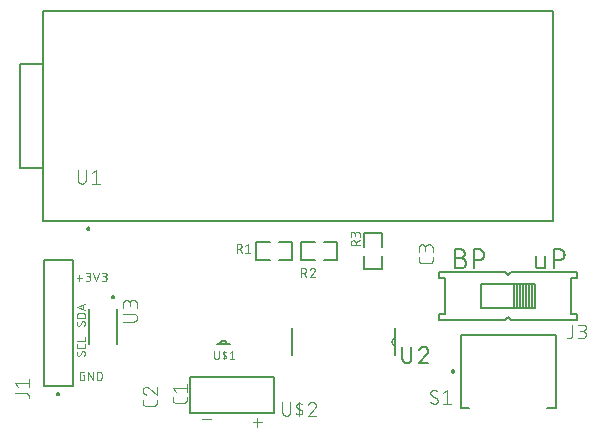
<source format=gbr>
G04 EAGLE Gerber RS-274X export*
G75*
%MOMM*%
%FSLAX34Y34*%
%LPD*%
%INSilkscreen Top*%
%IPPOS*%
%AMOC8*
5,1,8,0,0,1.08239X$1,22.5*%
G01*
%ADD10C,0.152400*%
%ADD11C,0.050800*%
%ADD12C,0.101600*%
%ADD13C,0.200000*%
%ADD14C,0.127000*%
%ADD15C,0.076200*%
%ADD16C,0.000000*%


D10*
X430022Y148759D02*
X430022Y140631D01*
X430024Y140530D01*
X430030Y140429D01*
X430039Y140328D01*
X430052Y140227D01*
X430069Y140127D01*
X430090Y140028D01*
X430114Y139930D01*
X430142Y139833D01*
X430174Y139736D01*
X430209Y139641D01*
X430248Y139548D01*
X430290Y139456D01*
X430336Y139365D01*
X430385Y139277D01*
X430437Y139190D01*
X430493Y139105D01*
X430551Y139022D01*
X430613Y138942D01*
X430678Y138864D01*
X430745Y138788D01*
X430815Y138715D01*
X430888Y138645D01*
X430964Y138578D01*
X431042Y138513D01*
X431122Y138451D01*
X431205Y138393D01*
X431290Y138337D01*
X431377Y138285D01*
X431465Y138236D01*
X431556Y138190D01*
X431648Y138148D01*
X431741Y138109D01*
X431836Y138074D01*
X431933Y138042D01*
X432030Y138014D01*
X432128Y137990D01*
X432227Y137969D01*
X432327Y137952D01*
X432428Y137939D01*
X432529Y137930D01*
X432630Y137924D01*
X432731Y137922D01*
X437247Y137922D01*
X437247Y148759D01*
X444961Y154178D02*
X444961Y137922D01*
X444961Y154178D02*
X449477Y154178D01*
X449610Y154176D01*
X449742Y154170D01*
X449874Y154160D01*
X450006Y154147D01*
X450138Y154129D01*
X450268Y154108D01*
X450399Y154083D01*
X450528Y154054D01*
X450656Y154021D01*
X450784Y153985D01*
X450910Y153945D01*
X451035Y153901D01*
X451159Y153853D01*
X451281Y153802D01*
X451402Y153747D01*
X451521Y153689D01*
X451639Y153627D01*
X451754Y153562D01*
X451868Y153493D01*
X451979Y153422D01*
X452088Y153346D01*
X452195Y153268D01*
X452300Y153187D01*
X452402Y153102D01*
X452502Y153015D01*
X452599Y152925D01*
X452694Y152832D01*
X452785Y152736D01*
X452874Y152638D01*
X452960Y152537D01*
X453043Y152433D01*
X453123Y152327D01*
X453199Y152219D01*
X453273Y152109D01*
X453343Y151996D01*
X453410Y151882D01*
X453473Y151765D01*
X453533Y151647D01*
X453590Y151527D01*
X453643Y151405D01*
X453692Y151282D01*
X453738Y151158D01*
X453780Y151032D01*
X453818Y150905D01*
X453853Y150777D01*
X453884Y150648D01*
X453911Y150519D01*
X453934Y150388D01*
X453954Y150257D01*
X453969Y150125D01*
X453981Y149993D01*
X453989Y149861D01*
X453993Y149728D01*
X453993Y149596D01*
X453989Y149463D01*
X453981Y149331D01*
X453969Y149199D01*
X453954Y149067D01*
X453934Y148936D01*
X453911Y148805D01*
X453884Y148676D01*
X453853Y148547D01*
X453818Y148419D01*
X453780Y148292D01*
X453738Y148166D01*
X453692Y148042D01*
X453643Y147919D01*
X453590Y147797D01*
X453533Y147677D01*
X453473Y147559D01*
X453410Y147442D01*
X453343Y147328D01*
X453273Y147215D01*
X453199Y147105D01*
X453123Y146997D01*
X453043Y146891D01*
X452960Y146787D01*
X452874Y146686D01*
X452785Y146588D01*
X452694Y146492D01*
X452599Y146399D01*
X452502Y146309D01*
X452402Y146222D01*
X452300Y146137D01*
X452195Y146056D01*
X452088Y145978D01*
X451979Y145902D01*
X451868Y145831D01*
X451754Y145762D01*
X451639Y145697D01*
X451521Y145635D01*
X451402Y145577D01*
X451281Y145522D01*
X451159Y145471D01*
X451035Y145423D01*
X450910Y145379D01*
X450784Y145339D01*
X450656Y145303D01*
X450528Y145270D01*
X450399Y145241D01*
X450268Y145216D01*
X450138Y145195D01*
X450006Y145177D01*
X449874Y145164D01*
X449742Y145154D01*
X449610Y145148D01*
X449477Y145146D01*
X449477Y145147D02*
X444961Y145147D01*
X365958Y146953D02*
X361442Y146953D01*
X365958Y146954D02*
X366091Y146952D01*
X366223Y146946D01*
X366355Y146936D01*
X366487Y146923D01*
X366619Y146905D01*
X366749Y146884D01*
X366880Y146859D01*
X367009Y146830D01*
X367137Y146797D01*
X367265Y146761D01*
X367391Y146721D01*
X367516Y146677D01*
X367640Y146629D01*
X367762Y146578D01*
X367883Y146523D01*
X368002Y146465D01*
X368120Y146403D01*
X368235Y146338D01*
X368349Y146269D01*
X368460Y146198D01*
X368569Y146122D01*
X368676Y146044D01*
X368781Y145963D01*
X368883Y145878D01*
X368983Y145791D01*
X369080Y145701D01*
X369175Y145608D01*
X369266Y145512D01*
X369355Y145414D01*
X369441Y145313D01*
X369524Y145209D01*
X369604Y145103D01*
X369680Y144995D01*
X369754Y144885D01*
X369824Y144772D01*
X369891Y144658D01*
X369954Y144541D01*
X370014Y144423D01*
X370071Y144303D01*
X370124Y144181D01*
X370173Y144058D01*
X370219Y143934D01*
X370261Y143808D01*
X370299Y143681D01*
X370334Y143553D01*
X370365Y143424D01*
X370392Y143295D01*
X370415Y143164D01*
X370435Y143033D01*
X370450Y142901D01*
X370462Y142769D01*
X370470Y142637D01*
X370474Y142504D01*
X370474Y142372D01*
X370470Y142239D01*
X370462Y142107D01*
X370450Y141975D01*
X370435Y141843D01*
X370415Y141712D01*
X370392Y141581D01*
X370365Y141452D01*
X370334Y141323D01*
X370299Y141195D01*
X370261Y141068D01*
X370219Y140942D01*
X370173Y140818D01*
X370124Y140695D01*
X370071Y140573D01*
X370014Y140453D01*
X369954Y140335D01*
X369891Y140218D01*
X369824Y140104D01*
X369754Y139991D01*
X369680Y139881D01*
X369604Y139773D01*
X369524Y139667D01*
X369441Y139563D01*
X369355Y139462D01*
X369266Y139364D01*
X369175Y139268D01*
X369080Y139175D01*
X368983Y139085D01*
X368883Y138998D01*
X368781Y138913D01*
X368676Y138832D01*
X368569Y138754D01*
X368460Y138678D01*
X368349Y138607D01*
X368235Y138538D01*
X368120Y138473D01*
X368002Y138411D01*
X367883Y138353D01*
X367762Y138298D01*
X367640Y138247D01*
X367516Y138199D01*
X367391Y138155D01*
X367265Y138115D01*
X367137Y138079D01*
X367009Y138046D01*
X366880Y138017D01*
X366749Y137992D01*
X366619Y137971D01*
X366487Y137953D01*
X366355Y137940D01*
X366223Y137930D01*
X366091Y137924D01*
X365958Y137922D01*
X361442Y137922D01*
X361442Y154178D01*
X365958Y154178D01*
X366077Y154176D01*
X366197Y154170D01*
X366316Y154160D01*
X366434Y154146D01*
X366553Y154129D01*
X366670Y154107D01*
X366787Y154082D01*
X366902Y154052D01*
X367017Y154019D01*
X367131Y153982D01*
X367243Y153942D01*
X367354Y153897D01*
X367463Y153849D01*
X367571Y153798D01*
X367677Y153743D01*
X367781Y153684D01*
X367883Y153622D01*
X367983Y153557D01*
X368081Y153488D01*
X368177Y153416D01*
X368270Y153341D01*
X368360Y153264D01*
X368448Y153183D01*
X368533Y153099D01*
X368615Y153012D01*
X368695Y152923D01*
X368771Y152831D01*
X368845Y152737D01*
X368915Y152640D01*
X368982Y152542D01*
X369046Y152441D01*
X369106Y152337D01*
X369163Y152232D01*
X369216Y152125D01*
X369266Y152017D01*
X369312Y151907D01*
X369354Y151795D01*
X369393Y151682D01*
X369428Y151568D01*
X369459Y151453D01*
X369487Y151336D01*
X369510Y151219D01*
X369530Y151102D01*
X369546Y150983D01*
X369558Y150864D01*
X369566Y150745D01*
X369570Y150626D01*
X369570Y150506D01*
X369566Y150387D01*
X369558Y150268D01*
X369546Y150149D01*
X369530Y150030D01*
X369510Y149913D01*
X369487Y149796D01*
X369459Y149679D01*
X369428Y149564D01*
X369393Y149450D01*
X369354Y149337D01*
X369312Y149225D01*
X369266Y149115D01*
X369216Y149007D01*
X369163Y148900D01*
X369106Y148795D01*
X369046Y148691D01*
X368982Y148590D01*
X368915Y148492D01*
X368845Y148395D01*
X368771Y148301D01*
X368695Y148209D01*
X368615Y148120D01*
X368533Y148033D01*
X368448Y147949D01*
X368360Y147868D01*
X368270Y147791D01*
X368177Y147716D01*
X368081Y147644D01*
X367983Y147575D01*
X367883Y147510D01*
X367781Y147448D01*
X367677Y147389D01*
X367571Y147334D01*
X367463Y147283D01*
X367354Y147235D01*
X367243Y147190D01*
X367131Y147150D01*
X367017Y147113D01*
X366902Y147080D01*
X366787Y147050D01*
X366670Y147025D01*
X366553Y147003D01*
X366434Y146986D01*
X366316Y146972D01*
X366197Y146962D01*
X366077Y146956D01*
X365958Y146954D01*
X377073Y154178D02*
X377073Y137922D01*
X377073Y154178D02*
X381589Y154178D01*
X381722Y154176D01*
X381854Y154170D01*
X381986Y154160D01*
X382118Y154147D01*
X382250Y154129D01*
X382380Y154108D01*
X382511Y154083D01*
X382640Y154054D01*
X382768Y154021D01*
X382896Y153985D01*
X383022Y153945D01*
X383147Y153901D01*
X383271Y153853D01*
X383393Y153802D01*
X383514Y153747D01*
X383633Y153689D01*
X383751Y153627D01*
X383866Y153562D01*
X383980Y153493D01*
X384091Y153422D01*
X384200Y153346D01*
X384307Y153268D01*
X384412Y153187D01*
X384514Y153102D01*
X384614Y153015D01*
X384711Y152925D01*
X384806Y152832D01*
X384897Y152736D01*
X384986Y152638D01*
X385072Y152537D01*
X385155Y152433D01*
X385235Y152327D01*
X385311Y152219D01*
X385385Y152109D01*
X385455Y151996D01*
X385522Y151882D01*
X385585Y151765D01*
X385645Y151647D01*
X385702Y151527D01*
X385755Y151405D01*
X385804Y151282D01*
X385850Y151158D01*
X385892Y151032D01*
X385930Y150905D01*
X385965Y150777D01*
X385996Y150648D01*
X386023Y150519D01*
X386046Y150388D01*
X386066Y150257D01*
X386081Y150125D01*
X386093Y149993D01*
X386101Y149861D01*
X386105Y149728D01*
X386105Y149596D01*
X386101Y149463D01*
X386093Y149331D01*
X386081Y149199D01*
X386066Y149067D01*
X386046Y148936D01*
X386023Y148805D01*
X385996Y148676D01*
X385965Y148547D01*
X385930Y148419D01*
X385892Y148292D01*
X385850Y148166D01*
X385804Y148042D01*
X385755Y147919D01*
X385702Y147797D01*
X385645Y147677D01*
X385585Y147559D01*
X385522Y147442D01*
X385455Y147328D01*
X385385Y147215D01*
X385311Y147105D01*
X385235Y146997D01*
X385155Y146891D01*
X385072Y146787D01*
X384986Y146686D01*
X384897Y146588D01*
X384806Y146492D01*
X384711Y146399D01*
X384614Y146309D01*
X384514Y146222D01*
X384412Y146137D01*
X384307Y146056D01*
X384200Y145978D01*
X384091Y145902D01*
X383980Y145831D01*
X383866Y145762D01*
X383751Y145697D01*
X383633Y145635D01*
X383514Y145577D01*
X383393Y145522D01*
X383271Y145471D01*
X383147Y145423D01*
X383022Y145379D01*
X382896Y145339D01*
X382768Y145303D01*
X382640Y145270D01*
X382511Y145241D01*
X382380Y145216D01*
X382250Y145195D01*
X382118Y145177D01*
X381986Y145164D01*
X381854Y145154D01*
X381722Y145148D01*
X381589Y145146D01*
X381589Y145147D02*
X377073Y145147D01*
D11*
X45635Y130020D02*
X40894Y130020D01*
X43265Y132390D02*
X43265Y127649D01*
X48604Y127254D02*
X50580Y127254D01*
X50667Y127256D01*
X50755Y127262D01*
X50842Y127271D01*
X50928Y127285D01*
X51014Y127302D01*
X51098Y127323D01*
X51182Y127348D01*
X51265Y127377D01*
X51346Y127409D01*
X51426Y127444D01*
X51504Y127483D01*
X51581Y127526D01*
X51655Y127572D01*
X51727Y127621D01*
X51797Y127673D01*
X51865Y127729D01*
X51930Y127787D01*
X51993Y127848D01*
X52052Y127912D01*
X52109Y127979D01*
X52163Y128047D01*
X52214Y128119D01*
X52261Y128192D01*
X52306Y128267D01*
X52347Y128345D01*
X52384Y128424D01*
X52418Y128504D01*
X52448Y128586D01*
X52475Y128669D01*
X52498Y128754D01*
X52517Y128839D01*
X52532Y128925D01*
X52544Y129012D01*
X52552Y129099D01*
X52556Y129186D01*
X52556Y129274D01*
X52552Y129361D01*
X52544Y129448D01*
X52532Y129535D01*
X52517Y129621D01*
X52498Y129706D01*
X52475Y129791D01*
X52448Y129874D01*
X52418Y129956D01*
X52384Y130036D01*
X52347Y130115D01*
X52306Y130193D01*
X52261Y130268D01*
X52214Y130341D01*
X52163Y130413D01*
X52109Y130481D01*
X52052Y130548D01*
X51993Y130612D01*
X51930Y130673D01*
X51865Y130731D01*
X51797Y130787D01*
X51727Y130839D01*
X51655Y130888D01*
X51581Y130934D01*
X51504Y130977D01*
X51426Y131016D01*
X51346Y131051D01*
X51265Y131083D01*
X51182Y131112D01*
X51098Y131137D01*
X51014Y131158D01*
X50928Y131175D01*
X50842Y131189D01*
X50755Y131198D01*
X50667Y131204D01*
X50580Y131206D01*
X50975Y134366D02*
X48604Y134366D01*
X50975Y134366D02*
X51054Y134364D01*
X51132Y134358D01*
X51210Y134348D01*
X51288Y134335D01*
X51365Y134317D01*
X51441Y134296D01*
X51515Y134271D01*
X51589Y134242D01*
X51661Y134210D01*
X51731Y134174D01*
X51799Y134134D01*
X51865Y134091D01*
X51929Y134045D01*
X51991Y133996D01*
X52050Y133944D01*
X52106Y133889D01*
X52160Y133831D01*
X52210Y133771D01*
X52258Y133708D01*
X52302Y133643D01*
X52343Y133576D01*
X52381Y133507D01*
X52415Y133436D01*
X52446Y133363D01*
X52473Y133289D01*
X52496Y133214D01*
X52515Y133138D01*
X52531Y133060D01*
X52543Y132982D01*
X52551Y132904D01*
X52555Y132825D01*
X52555Y132747D01*
X52551Y132668D01*
X52543Y132590D01*
X52531Y132512D01*
X52515Y132434D01*
X52496Y132358D01*
X52473Y132283D01*
X52446Y132209D01*
X52415Y132136D01*
X52381Y132065D01*
X52343Y131996D01*
X52302Y131929D01*
X52258Y131864D01*
X52210Y131801D01*
X52160Y131741D01*
X52106Y131683D01*
X52050Y131628D01*
X51991Y131576D01*
X51929Y131527D01*
X51865Y131481D01*
X51799Y131438D01*
X51731Y131398D01*
X51661Y131362D01*
X51589Y131330D01*
X51515Y131301D01*
X51441Y131276D01*
X51365Y131255D01*
X51288Y131237D01*
X51210Y131224D01*
X51132Y131214D01*
X51054Y131208D01*
X50975Y131206D01*
X50975Y131205D02*
X49395Y131205D01*
X55067Y134366D02*
X57438Y127254D01*
X59808Y134366D01*
X62320Y127254D02*
X64296Y127254D01*
X64383Y127256D01*
X64471Y127262D01*
X64558Y127271D01*
X64644Y127285D01*
X64730Y127302D01*
X64814Y127323D01*
X64898Y127348D01*
X64981Y127377D01*
X65062Y127409D01*
X65142Y127444D01*
X65220Y127483D01*
X65297Y127526D01*
X65371Y127572D01*
X65443Y127621D01*
X65513Y127673D01*
X65581Y127729D01*
X65646Y127787D01*
X65709Y127848D01*
X65768Y127912D01*
X65825Y127979D01*
X65879Y128047D01*
X65930Y128119D01*
X65977Y128192D01*
X66022Y128267D01*
X66063Y128345D01*
X66100Y128424D01*
X66134Y128504D01*
X66164Y128586D01*
X66191Y128669D01*
X66214Y128754D01*
X66233Y128839D01*
X66248Y128925D01*
X66260Y129012D01*
X66268Y129099D01*
X66272Y129186D01*
X66272Y129274D01*
X66268Y129361D01*
X66260Y129448D01*
X66248Y129535D01*
X66233Y129621D01*
X66214Y129706D01*
X66191Y129791D01*
X66164Y129874D01*
X66134Y129956D01*
X66100Y130036D01*
X66063Y130115D01*
X66022Y130193D01*
X65977Y130268D01*
X65930Y130341D01*
X65879Y130413D01*
X65825Y130481D01*
X65768Y130548D01*
X65709Y130612D01*
X65646Y130673D01*
X65581Y130731D01*
X65513Y130787D01*
X65443Y130839D01*
X65371Y130888D01*
X65297Y130934D01*
X65220Y130977D01*
X65142Y131016D01*
X65062Y131051D01*
X64981Y131083D01*
X64898Y131112D01*
X64814Y131137D01*
X64730Y131158D01*
X64644Y131175D01*
X64558Y131189D01*
X64471Y131198D01*
X64383Y131204D01*
X64296Y131206D01*
X64691Y134366D02*
X62320Y134366D01*
X64691Y134366D02*
X64770Y134364D01*
X64848Y134358D01*
X64926Y134348D01*
X65004Y134335D01*
X65081Y134317D01*
X65157Y134296D01*
X65231Y134271D01*
X65305Y134242D01*
X65377Y134210D01*
X65447Y134174D01*
X65515Y134134D01*
X65581Y134091D01*
X65645Y134045D01*
X65707Y133996D01*
X65766Y133944D01*
X65822Y133889D01*
X65876Y133831D01*
X65926Y133771D01*
X65974Y133708D01*
X66018Y133643D01*
X66059Y133576D01*
X66097Y133507D01*
X66131Y133436D01*
X66162Y133363D01*
X66189Y133289D01*
X66212Y133214D01*
X66231Y133138D01*
X66247Y133060D01*
X66259Y132982D01*
X66267Y132904D01*
X66271Y132825D01*
X66271Y132747D01*
X66267Y132668D01*
X66259Y132590D01*
X66247Y132512D01*
X66231Y132434D01*
X66212Y132358D01*
X66189Y132283D01*
X66162Y132209D01*
X66131Y132136D01*
X66097Y132065D01*
X66059Y131996D01*
X66018Y131929D01*
X65974Y131864D01*
X65926Y131801D01*
X65876Y131741D01*
X65822Y131683D01*
X65766Y131628D01*
X65707Y131576D01*
X65645Y131527D01*
X65581Y131481D01*
X65515Y131438D01*
X65447Y131398D01*
X65377Y131362D01*
X65305Y131330D01*
X65231Y131301D01*
X65157Y131276D01*
X65081Y131255D01*
X65004Y131237D01*
X64926Y131224D01*
X64848Y131214D01*
X64770Y131208D01*
X64691Y131206D01*
X64691Y131205D02*
X63110Y131205D01*
X47385Y47385D02*
X46200Y47385D01*
X47385Y47385D02*
X47385Y43434D01*
X45014Y43434D01*
X44936Y43436D01*
X44859Y43442D01*
X44782Y43451D01*
X44706Y43464D01*
X44630Y43481D01*
X44555Y43502D01*
X44482Y43526D01*
X44409Y43554D01*
X44338Y43586D01*
X44269Y43621D01*
X44202Y43659D01*
X44136Y43700D01*
X44073Y43745D01*
X44012Y43793D01*
X43953Y43843D01*
X43897Y43897D01*
X43843Y43953D01*
X43793Y44012D01*
X43745Y44073D01*
X43700Y44136D01*
X43659Y44202D01*
X43621Y44269D01*
X43586Y44338D01*
X43554Y44409D01*
X43526Y44482D01*
X43502Y44555D01*
X43481Y44630D01*
X43464Y44706D01*
X43451Y44782D01*
X43442Y44859D01*
X43436Y44936D01*
X43434Y45014D01*
X43434Y48966D01*
X43436Y49044D01*
X43442Y49121D01*
X43451Y49198D01*
X43464Y49274D01*
X43481Y49350D01*
X43502Y49425D01*
X43526Y49498D01*
X43554Y49571D01*
X43586Y49642D01*
X43621Y49711D01*
X43659Y49778D01*
X43700Y49844D01*
X43745Y49907D01*
X43793Y49968D01*
X43843Y50027D01*
X43897Y50083D01*
X43953Y50137D01*
X44012Y50187D01*
X44073Y50235D01*
X44136Y50280D01*
X44202Y50321D01*
X44269Y50359D01*
X44338Y50394D01*
X44409Y50426D01*
X44482Y50454D01*
X44555Y50478D01*
X44630Y50499D01*
X44706Y50516D01*
X44782Y50529D01*
X44859Y50538D01*
X44936Y50544D01*
X45014Y50546D01*
X47385Y50546D01*
X50749Y50546D02*
X50749Y43434D01*
X54700Y43434D02*
X50749Y50546D01*
X54700Y50546D02*
X54700Y43434D01*
X58064Y43434D02*
X58064Y50546D01*
X60040Y50546D01*
X60126Y50544D01*
X60212Y50538D01*
X60298Y50529D01*
X60383Y50516D01*
X60468Y50499D01*
X60551Y50479D01*
X60634Y50455D01*
X60716Y50427D01*
X60796Y50396D01*
X60875Y50361D01*
X60952Y50323D01*
X61028Y50281D01*
X61102Y50237D01*
X61173Y50189D01*
X61243Y50138D01*
X61310Y50084D01*
X61375Y50027D01*
X61437Y49967D01*
X61497Y49905D01*
X61554Y49840D01*
X61608Y49773D01*
X61659Y49703D01*
X61707Y49632D01*
X61751Y49558D01*
X61793Y49482D01*
X61831Y49405D01*
X61866Y49326D01*
X61897Y49246D01*
X61925Y49164D01*
X61949Y49081D01*
X61969Y48998D01*
X61986Y48913D01*
X61999Y48828D01*
X62008Y48742D01*
X62014Y48656D01*
X62016Y48570D01*
X62015Y48570D02*
X62015Y45410D01*
X62016Y45410D02*
X62014Y45324D01*
X62008Y45238D01*
X61999Y45152D01*
X61986Y45067D01*
X61969Y44982D01*
X61949Y44899D01*
X61925Y44816D01*
X61897Y44734D01*
X61866Y44654D01*
X61831Y44575D01*
X61793Y44498D01*
X61751Y44422D01*
X61707Y44348D01*
X61659Y44277D01*
X61608Y44207D01*
X61554Y44140D01*
X61497Y44075D01*
X61437Y44013D01*
X61375Y43953D01*
X61310Y43896D01*
X61243Y43842D01*
X61173Y43791D01*
X61102Y43743D01*
X61028Y43699D01*
X60952Y43657D01*
X60875Y43619D01*
X60796Y43584D01*
X60716Y43553D01*
X60634Y43525D01*
X60551Y43501D01*
X60468Y43481D01*
X60383Y43464D01*
X60298Y43451D01*
X60212Y43442D01*
X60126Y43436D01*
X60040Y43434D01*
X58064Y43434D01*
X48006Y91525D02*
X48004Y91603D01*
X47998Y91680D01*
X47989Y91757D01*
X47976Y91833D01*
X47959Y91909D01*
X47938Y91984D01*
X47914Y92057D01*
X47886Y92130D01*
X47854Y92201D01*
X47819Y92270D01*
X47781Y92337D01*
X47740Y92403D01*
X47695Y92466D01*
X47647Y92527D01*
X47597Y92586D01*
X47543Y92642D01*
X47487Y92696D01*
X47428Y92746D01*
X47367Y92794D01*
X47304Y92839D01*
X47238Y92880D01*
X47171Y92918D01*
X47102Y92953D01*
X47031Y92985D01*
X46958Y93013D01*
X46885Y93037D01*
X46810Y93058D01*
X46734Y93075D01*
X46658Y93088D01*
X46581Y93097D01*
X46504Y93103D01*
X46426Y93105D01*
X48006Y91525D02*
X48004Y91410D01*
X47998Y91296D01*
X47988Y91182D01*
X47975Y91068D01*
X47957Y90955D01*
X47935Y90842D01*
X47910Y90730D01*
X47881Y90620D01*
X47848Y90510D01*
X47811Y90401D01*
X47771Y90294D01*
X47727Y90188D01*
X47679Y90084D01*
X47628Y89981D01*
X47573Y89881D01*
X47515Y89782D01*
X47453Y89685D01*
X47389Y89591D01*
X47321Y89498D01*
X47249Y89408D01*
X47175Y89321D01*
X47098Y89236D01*
X47018Y89154D01*
X42474Y89352D02*
X42396Y89354D01*
X42319Y89360D01*
X42242Y89369D01*
X42166Y89382D01*
X42090Y89399D01*
X42015Y89420D01*
X41942Y89444D01*
X41869Y89472D01*
X41798Y89504D01*
X41729Y89539D01*
X41662Y89577D01*
X41596Y89618D01*
X41533Y89663D01*
X41472Y89711D01*
X41413Y89761D01*
X41357Y89815D01*
X41303Y89871D01*
X41253Y89930D01*
X41205Y89991D01*
X41160Y90054D01*
X41119Y90120D01*
X41081Y90187D01*
X41046Y90256D01*
X41014Y90327D01*
X40986Y90400D01*
X40962Y90473D01*
X40941Y90548D01*
X40924Y90624D01*
X40911Y90700D01*
X40902Y90777D01*
X40896Y90854D01*
X40894Y90932D01*
X40896Y91038D01*
X40902Y91144D01*
X40911Y91249D01*
X40924Y91354D01*
X40941Y91459D01*
X40962Y91563D01*
X40986Y91666D01*
X41014Y91768D01*
X41046Y91869D01*
X41081Y91969D01*
X41120Y92067D01*
X41163Y92165D01*
X41208Y92260D01*
X41257Y92354D01*
X41310Y92446D01*
X41366Y92536D01*
X41425Y92624D01*
X41487Y92710D01*
X43857Y90142D02*
X43815Y90075D01*
X43770Y90010D01*
X43721Y89947D01*
X43670Y89886D01*
X43615Y89829D01*
X43558Y89774D01*
X43498Y89721D01*
X43436Y89672D01*
X43371Y89626D01*
X43305Y89584D01*
X43236Y89544D01*
X43165Y89508D01*
X43092Y89476D01*
X43018Y89447D01*
X42943Y89422D01*
X42867Y89401D01*
X42789Y89383D01*
X42711Y89370D01*
X42632Y89360D01*
X42553Y89354D01*
X42474Y89352D01*
X45043Y92315D02*
X45085Y92382D01*
X45130Y92447D01*
X45179Y92510D01*
X45230Y92571D01*
X45285Y92628D01*
X45342Y92683D01*
X45402Y92736D01*
X45464Y92785D01*
X45529Y92831D01*
X45595Y92873D01*
X45664Y92913D01*
X45735Y92949D01*
X45808Y92981D01*
X45882Y93010D01*
X45957Y93035D01*
X46033Y93056D01*
X46111Y93074D01*
X46189Y93087D01*
X46268Y93097D01*
X46347Y93103D01*
X46426Y93105D01*
X45043Y92315D02*
X43857Y90142D01*
X40894Y96012D02*
X48006Y96012D01*
X40894Y96012D02*
X40894Y97988D01*
X40896Y98074D01*
X40902Y98160D01*
X40911Y98246D01*
X40924Y98331D01*
X40941Y98416D01*
X40961Y98499D01*
X40985Y98582D01*
X41013Y98664D01*
X41044Y98744D01*
X41079Y98823D01*
X41117Y98900D01*
X41159Y98976D01*
X41203Y99050D01*
X41251Y99121D01*
X41302Y99191D01*
X41356Y99258D01*
X41413Y99323D01*
X41473Y99385D01*
X41535Y99445D01*
X41600Y99502D01*
X41667Y99556D01*
X41737Y99607D01*
X41808Y99655D01*
X41882Y99699D01*
X41958Y99741D01*
X42035Y99779D01*
X42114Y99814D01*
X42194Y99845D01*
X42276Y99873D01*
X42359Y99897D01*
X42442Y99917D01*
X42527Y99934D01*
X42612Y99947D01*
X42698Y99956D01*
X42784Y99962D01*
X42870Y99964D01*
X42870Y99963D02*
X46030Y99963D01*
X46030Y99964D02*
X46116Y99962D01*
X46202Y99956D01*
X46288Y99947D01*
X46373Y99934D01*
X46458Y99917D01*
X46541Y99897D01*
X46624Y99873D01*
X46706Y99845D01*
X46786Y99814D01*
X46865Y99779D01*
X46942Y99741D01*
X47018Y99699D01*
X47092Y99655D01*
X47163Y99607D01*
X47233Y99556D01*
X47300Y99502D01*
X47365Y99445D01*
X47427Y99385D01*
X47487Y99323D01*
X47544Y99258D01*
X47598Y99191D01*
X47649Y99121D01*
X47697Y99050D01*
X47741Y98976D01*
X47783Y98900D01*
X47821Y98823D01*
X47856Y98744D01*
X47887Y98664D01*
X47915Y98582D01*
X47939Y98499D01*
X47959Y98416D01*
X47976Y98331D01*
X47989Y98246D01*
X47998Y98160D01*
X48004Y98074D01*
X48006Y97988D01*
X48006Y96012D01*
X48006Y102703D02*
X40894Y105074D01*
X48006Y107445D01*
X46228Y106852D02*
X46228Y103296D01*
X46426Y67705D02*
X46504Y67703D01*
X46581Y67697D01*
X46658Y67688D01*
X46734Y67675D01*
X46810Y67658D01*
X46885Y67637D01*
X46958Y67613D01*
X47031Y67585D01*
X47102Y67553D01*
X47171Y67518D01*
X47238Y67480D01*
X47304Y67439D01*
X47367Y67394D01*
X47428Y67346D01*
X47487Y67296D01*
X47543Y67242D01*
X47597Y67186D01*
X47647Y67127D01*
X47695Y67066D01*
X47740Y67003D01*
X47781Y66937D01*
X47819Y66870D01*
X47854Y66801D01*
X47886Y66730D01*
X47914Y66657D01*
X47938Y66584D01*
X47959Y66509D01*
X47976Y66433D01*
X47989Y66357D01*
X47998Y66280D01*
X48004Y66203D01*
X48006Y66125D01*
X48004Y66010D01*
X47998Y65896D01*
X47988Y65782D01*
X47975Y65668D01*
X47957Y65555D01*
X47935Y65442D01*
X47910Y65330D01*
X47881Y65220D01*
X47848Y65110D01*
X47811Y65001D01*
X47771Y64894D01*
X47727Y64788D01*
X47679Y64684D01*
X47628Y64581D01*
X47573Y64481D01*
X47515Y64382D01*
X47453Y64285D01*
X47389Y64191D01*
X47321Y64098D01*
X47249Y64008D01*
X47175Y63921D01*
X47098Y63836D01*
X47018Y63754D01*
X42474Y63952D02*
X42396Y63954D01*
X42319Y63960D01*
X42242Y63969D01*
X42166Y63982D01*
X42090Y63999D01*
X42015Y64020D01*
X41942Y64044D01*
X41869Y64072D01*
X41798Y64104D01*
X41729Y64139D01*
X41662Y64177D01*
X41596Y64218D01*
X41533Y64263D01*
X41472Y64311D01*
X41413Y64361D01*
X41357Y64415D01*
X41303Y64471D01*
X41253Y64530D01*
X41205Y64591D01*
X41160Y64654D01*
X41119Y64720D01*
X41081Y64787D01*
X41046Y64856D01*
X41014Y64927D01*
X40986Y65000D01*
X40962Y65073D01*
X40941Y65148D01*
X40924Y65224D01*
X40911Y65300D01*
X40902Y65377D01*
X40896Y65454D01*
X40894Y65532D01*
X40896Y65638D01*
X40902Y65744D01*
X40911Y65849D01*
X40924Y65954D01*
X40941Y66059D01*
X40962Y66163D01*
X40986Y66266D01*
X41014Y66368D01*
X41046Y66469D01*
X41081Y66569D01*
X41120Y66667D01*
X41163Y66765D01*
X41208Y66860D01*
X41257Y66954D01*
X41310Y67046D01*
X41366Y67136D01*
X41425Y67224D01*
X41487Y67310D01*
X43857Y64742D02*
X43815Y64675D01*
X43770Y64610D01*
X43721Y64547D01*
X43670Y64486D01*
X43615Y64429D01*
X43558Y64374D01*
X43498Y64321D01*
X43436Y64272D01*
X43371Y64226D01*
X43305Y64184D01*
X43236Y64144D01*
X43165Y64108D01*
X43092Y64076D01*
X43018Y64047D01*
X42943Y64022D01*
X42867Y64001D01*
X42789Y63983D01*
X42711Y63970D01*
X42632Y63960D01*
X42553Y63954D01*
X42474Y63952D01*
X45043Y66915D02*
X45085Y66982D01*
X45130Y67047D01*
X45179Y67110D01*
X45230Y67171D01*
X45285Y67228D01*
X45342Y67283D01*
X45402Y67336D01*
X45464Y67385D01*
X45529Y67431D01*
X45595Y67473D01*
X45664Y67513D01*
X45735Y67549D01*
X45808Y67581D01*
X45882Y67610D01*
X45957Y67635D01*
X46033Y67656D01*
X46111Y67674D01*
X46189Y67687D01*
X46268Y67697D01*
X46347Y67703D01*
X46426Y67705D01*
X45043Y66915D02*
X43857Y64742D01*
X48006Y71946D02*
X48006Y73526D01*
X48006Y71946D02*
X48004Y71868D01*
X47998Y71791D01*
X47989Y71714D01*
X47976Y71638D01*
X47959Y71562D01*
X47938Y71487D01*
X47914Y71414D01*
X47886Y71341D01*
X47854Y71270D01*
X47819Y71201D01*
X47781Y71134D01*
X47740Y71068D01*
X47695Y71005D01*
X47647Y70944D01*
X47597Y70885D01*
X47543Y70829D01*
X47487Y70775D01*
X47428Y70725D01*
X47367Y70677D01*
X47304Y70632D01*
X47238Y70591D01*
X47171Y70553D01*
X47102Y70518D01*
X47031Y70486D01*
X46958Y70458D01*
X46885Y70434D01*
X46810Y70413D01*
X46734Y70396D01*
X46658Y70383D01*
X46581Y70374D01*
X46504Y70368D01*
X46426Y70366D01*
X46426Y70365D02*
X42474Y70365D01*
X42396Y70367D01*
X42319Y70373D01*
X42242Y70382D01*
X42166Y70395D01*
X42090Y70412D01*
X42015Y70433D01*
X41941Y70457D01*
X41869Y70485D01*
X41798Y70517D01*
X41729Y70552D01*
X41661Y70590D01*
X41596Y70631D01*
X41532Y70676D01*
X41471Y70724D01*
X41412Y70775D01*
X41356Y70828D01*
X41303Y70884D01*
X41252Y70943D01*
X41204Y71004D01*
X41159Y71068D01*
X41118Y71133D01*
X41080Y71201D01*
X41045Y71270D01*
X41013Y71341D01*
X40985Y71413D01*
X40961Y71487D01*
X40940Y71562D01*
X40923Y71638D01*
X40910Y71714D01*
X40901Y71791D01*
X40895Y71868D01*
X40893Y71946D01*
X40894Y71946D02*
X40894Y73526D01*
X40894Y76339D02*
X48006Y76339D01*
X48006Y79500D01*
D12*
X134112Y29276D02*
X134112Y26679D01*
X134110Y26580D01*
X134104Y26480D01*
X134095Y26381D01*
X134082Y26283D01*
X134065Y26185D01*
X134044Y26087D01*
X134019Y25991D01*
X133991Y25896D01*
X133959Y25802D01*
X133924Y25709D01*
X133885Y25617D01*
X133842Y25527D01*
X133797Y25439D01*
X133747Y25352D01*
X133695Y25268D01*
X133639Y25185D01*
X133581Y25105D01*
X133519Y25027D01*
X133454Y24952D01*
X133386Y24879D01*
X133316Y24809D01*
X133243Y24741D01*
X133168Y24676D01*
X133090Y24614D01*
X133010Y24556D01*
X132927Y24500D01*
X132843Y24448D01*
X132756Y24398D01*
X132668Y24353D01*
X132578Y24310D01*
X132486Y24271D01*
X132393Y24236D01*
X132299Y24204D01*
X132204Y24176D01*
X132108Y24151D01*
X132010Y24130D01*
X131912Y24113D01*
X131814Y24100D01*
X131715Y24091D01*
X131615Y24085D01*
X131516Y24083D01*
X125024Y24083D01*
X125024Y24082D02*
X124925Y24084D01*
X124825Y24090D01*
X124726Y24099D01*
X124628Y24112D01*
X124530Y24130D01*
X124432Y24150D01*
X124336Y24175D01*
X124240Y24203D01*
X124146Y24235D01*
X124053Y24270D01*
X123962Y24309D01*
X123872Y24352D01*
X123783Y24397D01*
X123697Y24447D01*
X123612Y24499D01*
X123530Y24555D01*
X123450Y24614D01*
X123372Y24675D01*
X123296Y24740D01*
X123223Y24808D01*
X123153Y24878D01*
X123085Y24951D01*
X123020Y25027D01*
X122959Y25105D01*
X122900Y25185D01*
X122844Y25267D01*
X122792Y25352D01*
X122743Y25438D01*
X122697Y25527D01*
X122654Y25617D01*
X122615Y25708D01*
X122580Y25801D01*
X122548Y25895D01*
X122520Y25991D01*
X122495Y26087D01*
X122475Y26185D01*
X122457Y26283D01*
X122444Y26381D01*
X122435Y26480D01*
X122429Y26579D01*
X122427Y26679D01*
X122428Y26679D02*
X122428Y29276D01*
X125024Y33641D02*
X122428Y36886D01*
X134112Y36886D01*
X134112Y33641D02*
X134112Y40132D01*
X108712Y26736D02*
X108712Y24139D01*
X108710Y24040D01*
X108704Y23940D01*
X108695Y23841D01*
X108682Y23743D01*
X108665Y23645D01*
X108644Y23547D01*
X108619Y23451D01*
X108591Y23356D01*
X108559Y23262D01*
X108524Y23169D01*
X108485Y23077D01*
X108442Y22987D01*
X108397Y22899D01*
X108347Y22812D01*
X108295Y22728D01*
X108239Y22645D01*
X108181Y22565D01*
X108119Y22487D01*
X108054Y22412D01*
X107986Y22339D01*
X107916Y22269D01*
X107843Y22201D01*
X107768Y22136D01*
X107690Y22074D01*
X107610Y22016D01*
X107527Y21960D01*
X107443Y21908D01*
X107356Y21858D01*
X107268Y21813D01*
X107178Y21770D01*
X107086Y21731D01*
X106993Y21696D01*
X106899Y21664D01*
X106804Y21636D01*
X106708Y21611D01*
X106610Y21590D01*
X106512Y21573D01*
X106414Y21560D01*
X106315Y21551D01*
X106215Y21545D01*
X106116Y21543D01*
X99624Y21543D01*
X99624Y21542D02*
X99525Y21544D01*
X99425Y21550D01*
X99326Y21559D01*
X99228Y21572D01*
X99130Y21590D01*
X99032Y21610D01*
X98936Y21635D01*
X98840Y21663D01*
X98746Y21695D01*
X98653Y21730D01*
X98562Y21769D01*
X98472Y21812D01*
X98383Y21857D01*
X98297Y21907D01*
X98212Y21959D01*
X98130Y22015D01*
X98050Y22074D01*
X97972Y22135D01*
X97896Y22200D01*
X97823Y22268D01*
X97753Y22338D01*
X97685Y22411D01*
X97620Y22487D01*
X97559Y22565D01*
X97500Y22645D01*
X97444Y22727D01*
X97392Y22812D01*
X97343Y22898D01*
X97297Y22987D01*
X97254Y23077D01*
X97215Y23168D01*
X97180Y23261D01*
X97148Y23355D01*
X97120Y23451D01*
X97095Y23547D01*
X97075Y23645D01*
X97057Y23743D01*
X97044Y23841D01*
X97035Y23940D01*
X97029Y24039D01*
X97027Y24139D01*
X97028Y24139D02*
X97028Y26736D01*
X97028Y34671D02*
X97030Y34778D01*
X97036Y34884D01*
X97046Y34990D01*
X97059Y35096D01*
X97077Y35202D01*
X97098Y35306D01*
X97123Y35410D01*
X97152Y35513D01*
X97184Y35614D01*
X97221Y35714D01*
X97261Y35813D01*
X97304Y35911D01*
X97351Y36007D01*
X97402Y36101D01*
X97456Y36193D01*
X97513Y36283D01*
X97573Y36371D01*
X97637Y36456D01*
X97704Y36539D01*
X97774Y36620D01*
X97846Y36698D01*
X97922Y36774D01*
X98000Y36846D01*
X98081Y36916D01*
X98164Y36983D01*
X98249Y37047D01*
X98337Y37107D01*
X98427Y37164D01*
X98519Y37218D01*
X98613Y37269D01*
X98709Y37316D01*
X98807Y37359D01*
X98906Y37399D01*
X99006Y37436D01*
X99107Y37468D01*
X99210Y37497D01*
X99314Y37522D01*
X99418Y37543D01*
X99524Y37561D01*
X99630Y37574D01*
X99736Y37584D01*
X99842Y37590D01*
X99949Y37592D01*
X97028Y34671D02*
X97030Y34550D01*
X97036Y34429D01*
X97046Y34309D01*
X97059Y34188D01*
X97077Y34069D01*
X97098Y33949D01*
X97123Y33831D01*
X97152Y33714D01*
X97185Y33597D01*
X97221Y33482D01*
X97262Y33368D01*
X97305Y33255D01*
X97353Y33143D01*
X97404Y33034D01*
X97459Y32926D01*
X97517Y32819D01*
X97578Y32715D01*
X97643Y32613D01*
X97711Y32513D01*
X97782Y32415D01*
X97856Y32319D01*
X97933Y32226D01*
X98014Y32136D01*
X98097Y32048D01*
X98183Y31963D01*
X98272Y31880D01*
X98363Y31801D01*
X98457Y31724D01*
X98553Y31651D01*
X98651Y31581D01*
X98752Y31514D01*
X98855Y31450D01*
X98960Y31390D01*
X99067Y31332D01*
X99175Y31279D01*
X99285Y31229D01*
X99397Y31183D01*
X99510Y31140D01*
X99625Y31101D01*
X102221Y36618D02*
X102143Y36697D01*
X102063Y36773D01*
X101980Y36846D01*
X101894Y36916D01*
X101807Y36983D01*
X101716Y37047D01*
X101624Y37107D01*
X101530Y37165D01*
X101433Y37219D01*
X101335Y37269D01*
X101235Y37316D01*
X101134Y37360D01*
X101031Y37400D01*
X100926Y37436D01*
X100821Y37468D01*
X100714Y37497D01*
X100607Y37522D01*
X100498Y37544D01*
X100389Y37561D01*
X100280Y37575D01*
X100170Y37584D01*
X100059Y37590D01*
X99949Y37592D01*
X102221Y36618D02*
X108712Y31101D01*
X108712Y37592D01*
X342392Y144789D02*
X342392Y147386D01*
X342392Y144789D02*
X342390Y144690D01*
X342384Y144590D01*
X342375Y144491D01*
X342362Y144393D01*
X342345Y144295D01*
X342324Y144197D01*
X342299Y144101D01*
X342271Y144006D01*
X342239Y143912D01*
X342204Y143819D01*
X342165Y143727D01*
X342122Y143637D01*
X342077Y143549D01*
X342027Y143462D01*
X341975Y143378D01*
X341919Y143295D01*
X341861Y143215D01*
X341799Y143137D01*
X341734Y143062D01*
X341666Y142989D01*
X341596Y142919D01*
X341523Y142851D01*
X341448Y142786D01*
X341370Y142724D01*
X341290Y142666D01*
X341207Y142610D01*
X341123Y142558D01*
X341036Y142508D01*
X340948Y142463D01*
X340858Y142420D01*
X340766Y142381D01*
X340673Y142346D01*
X340579Y142314D01*
X340484Y142286D01*
X340388Y142261D01*
X340290Y142240D01*
X340192Y142223D01*
X340094Y142210D01*
X339995Y142201D01*
X339895Y142195D01*
X339796Y142193D01*
X333304Y142193D01*
X333304Y142192D02*
X333205Y142194D01*
X333105Y142200D01*
X333006Y142209D01*
X332908Y142222D01*
X332810Y142240D01*
X332712Y142260D01*
X332616Y142285D01*
X332520Y142313D01*
X332426Y142345D01*
X332333Y142380D01*
X332242Y142419D01*
X332152Y142462D01*
X332063Y142507D01*
X331977Y142557D01*
X331892Y142609D01*
X331810Y142665D01*
X331730Y142724D01*
X331652Y142785D01*
X331576Y142850D01*
X331503Y142918D01*
X331433Y142988D01*
X331365Y143061D01*
X331300Y143137D01*
X331239Y143215D01*
X331180Y143295D01*
X331124Y143377D01*
X331072Y143462D01*
X331023Y143548D01*
X330977Y143637D01*
X330934Y143727D01*
X330895Y143818D01*
X330860Y143911D01*
X330828Y144005D01*
X330800Y144101D01*
X330775Y144197D01*
X330755Y144295D01*
X330737Y144393D01*
X330724Y144491D01*
X330715Y144590D01*
X330709Y144689D01*
X330707Y144789D01*
X330708Y144789D02*
X330708Y147386D01*
X342392Y151751D02*
X342392Y154996D01*
X342390Y155109D01*
X342384Y155222D01*
X342374Y155335D01*
X342360Y155448D01*
X342343Y155560D01*
X342321Y155671D01*
X342296Y155781D01*
X342266Y155891D01*
X342233Y155999D01*
X342196Y156106D01*
X342156Y156212D01*
X342111Y156316D01*
X342063Y156419D01*
X342012Y156520D01*
X341957Y156619D01*
X341899Y156716D01*
X341837Y156811D01*
X341772Y156904D01*
X341704Y156994D01*
X341633Y157082D01*
X341558Y157168D01*
X341481Y157251D01*
X341401Y157331D01*
X341318Y157408D01*
X341232Y157483D01*
X341144Y157554D01*
X341054Y157622D01*
X340961Y157687D01*
X340866Y157749D01*
X340769Y157807D01*
X340670Y157862D01*
X340569Y157913D01*
X340466Y157961D01*
X340362Y158006D01*
X340256Y158046D01*
X340149Y158083D01*
X340041Y158116D01*
X339931Y158146D01*
X339821Y158171D01*
X339710Y158193D01*
X339598Y158210D01*
X339485Y158224D01*
X339372Y158234D01*
X339259Y158240D01*
X339146Y158242D01*
X339033Y158240D01*
X338920Y158234D01*
X338807Y158224D01*
X338694Y158210D01*
X338582Y158193D01*
X338471Y158171D01*
X338361Y158146D01*
X338251Y158116D01*
X338143Y158083D01*
X338036Y158046D01*
X337930Y158006D01*
X337826Y157961D01*
X337723Y157913D01*
X337622Y157862D01*
X337523Y157807D01*
X337426Y157749D01*
X337331Y157687D01*
X337238Y157622D01*
X337148Y157554D01*
X337060Y157483D01*
X336974Y157408D01*
X336891Y157331D01*
X336811Y157251D01*
X336734Y157168D01*
X336659Y157082D01*
X336588Y156994D01*
X336520Y156904D01*
X336455Y156811D01*
X336393Y156716D01*
X336335Y156619D01*
X336280Y156520D01*
X336229Y156419D01*
X336181Y156316D01*
X336136Y156212D01*
X336096Y156106D01*
X336059Y155999D01*
X336026Y155891D01*
X335996Y155781D01*
X335971Y155671D01*
X335949Y155560D01*
X335932Y155448D01*
X335918Y155335D01*
X335908Y155222D01*
X335902Y155109D01*
X335900Y154996D01*
X330708Y155646D02*
X330708Y151751D01*
X330708Y155646D02*
X330710Y155747D01*
X330716Y155847D01*
X330726Y155947D01*
X330739Y156047D01*
X330757Y156146D01*
X330778Y156245D01*
X330803Y156342D01*
X330832Y156439D01*
X330865Y156534D01*
X330901Y156628D01*
X330941Y156720D01*
X330984Y156811D01*
X331031Y156900D01*
X331081Y156987D01*
X331135Y157073D01*
X331192Y157156D01*
X331252Y157236D01*
X331315Y157315D01*
X331382Y157391D01*
X331451Y157464D01*
X331523Y157534D01*
X331597Y157602D01*
X331674Y157667D01*
X331754Y157728D01*
X331836Y157787D01*
X331920Y157842D01*
X332006Y157894D01*
X332094Y157943D01*
X332184Y157988D01*
X332276Y158030D01*
X332369Y158068D01*
X332464Y158102D01*
X332559Y158133D01*
X332656Y158160D01*
X332754Y158183D01*
X332853Y158203D01*
X332953Y158218D01*
X333053Y158230D01*
X333153Y158238D01*
X333254Y158242D01*
X333354Y158242D01*
X333455Y158238D01*
X333555Y158230D01*
X333655Y158218D01*
X333755Y158203D01*
X333854Y158183D01*
X333952Y158160D01*
X334049Y158133D01*
X334144Y158102D01*
X334239Y158068D01*
X334332Y158030D01*
X334424Y157988D01*
X334514Y157943D01*
X334602Y157894D01*
X334688Y157842D01*
X334772Y157787D01*
X334854Y157728D01*
X334934Y157667D01*
X335011Y157602D01*
X335085Y157534D01*
X335157Y157464D01*
X335226Y157391D01*
X335293Y157315D01*
X335356Y157236D01*
X335416Y157156D01*
X335473Y157073D01*
X335527Y156987D01*
X335577Y156900D01*
X335624Y156811D01*
X335667Y156720D01*
X335707Y156628D01*
X335743Y156534D01*
X335776Y156439D01*
X335805Y156342D01*
X335830Y156245D01*
X335851Y156146D01*
X335869Y156047D01*
X335882Y155947D01*
X335892Y155847D01*
X335898Y155747D01*
X335900Y155646D01*
X335901Y155646D02*
X335901Y153049D01*
D13*
X37450Y38090D02*
X13350Y38090D01*
X13350Y144790D02*
X37450Y144790D01*
X13350Y144790D02*
X13350Y38090D01*
X37450Y38090D02*
X37450Y144790D01*
X24400Y31590D02*
X24402Y31653D01*
X24408Y31715D01*
X24418Y31777D01*
X24431Y31839D01*
X24449Y31899D01*
X24470Y31958D01*
X24495Y32016D01*
X24524Y32072D01*
X24556Y32126D01*
X24591Y32178D01*
X24629Y32227D01*
X24671Y32275D01*
X24715Y32319D01*
X24763Y32361D01*
X24812Y32399D01*
X24864Y32434D01*
X24918Y32466D01*
X24974Y32495D01*
X25032Y32520D01*
X25091Y32541D01*
X25151Y32559D01*
X25213Y32572D01*
X25275Y32582D01*
X25337Y32588D01*
X25400Y32590D01*
X25463Y32588D01*
X25525Y32582D01*
X25587Y32572D01*
X25649Y32559D01*
X25709Y32541D01*
X25768Y32520D01*
X25826Y32495D01*
X25882Y32466D01*
X25936Y32434D01*
X25988Y32399D01*
X26037Y32361D01*
X26085Y32319D01*
X26129Y32275D01*
X26171Y32227D01*
X26209Y32178D01*
X26244Y32126D01*
X26276Y32072D01*
X26305Y32016D01*
X26330Y31958D01*
X26351Y31899D01*
X26369Y31839D01*
X26382Y31777D01*
X26392Y31715D01*
X26398Y31653D01*
X26400Y31590D01*
X26398Y31527D01*
X26392Y31465D01*
X26382Y31403D01*
X26369Y31341D01*
X26351Y31281D01*
X26330Y31222D01*
X26305Y31164D01*
X26276Y31108D01*
X26244Y31054D01*
X26209Y31002D01*
X26171Y30953D01*
X26129Y30905D01*
X26085Y30861D01*
X26037Y30819D01*
X25988Y30781D01*
X25936Y30746D01*
X25882Y30714D01*
X25826Y30685D01*
X25768Y30660D01*
X25709Y30639D01*
X25649Y30621D01*
X25587Y30608D01*
X25525Y30598D01*
X25463Y30592D01*
X25400Y30590D01*
X25337Y30592D01*
X25275Y30598D01*
X25213Y30608D01*
X25151Y30621D01*
X25091Y30639D01*
X25032Y30660D01*
X24974Y30685D01*
X24918Y30714D01*
X24864Y30746D01*
X24812Y30781D01*
X24763Y30819D01*
X24715Y30861D01*
X24671Y30905D01*
X24629Y30953D01*
X24591Y31002D01*
X24556Y31054D01*
X24524Y31108D01*
X24495Y31164D01*
X24470Y31222D01*
X24449Y31281D01*
X24431Y31341D01*
X24418Y31403D01*
X24408Y31465D01*
X24402Y31527D01*
X24400Y31590D01*
D12*
X-2254Y32493D02*
X-11342Y32493D01*
X-2254Y32492D02*
X-2155Y32490D01*
X-2055Y32484D01*
X-1956Y32475D01*
X-1858Y32462D01*
X-1760Y32445D01*
X-1662Y32424D01*
X-1566Y32399D01*
X-1471Y32371D01*
X-1377Y32339D01*
X-1284Y32304D01*
X-1192Y32265D01*
X-1102Y32222D01*
X-1014Y32177D01*
X-927Y32127D01*
X-843Y32075D01*
X-760Y32019D01*
X-680Y31961D01*
X-602Y31899D01*
X-527Y31834D01*
X-454Y31766D01*
X-384Y31696D01*
X-316Y31623D01*
X-251Y31548D01*
X-189Y31470D01*
X-131Y31390D01*
X-75Y31307D01*
X-23Y31223D01*
X27Y31136D01*
X72Y31048D01*
X115Y30958D01*
X154Y30866D01*
X189Y30773D01*
X221Y30679D01*
X249Y30584D01*
X274Y30488D01*
X295Y30390D01*
X312Y30292D01*
X325Y30194D01*
X334Y30095D01*
X340Y29995D01*
X342Y29896D01*
X342Y28598D01*
X-8746Y37766D02*
X-11342Y41012D01*
X342Y41012D01*
X342Y44257D02*
X342Y37766D01*
D14*
X366000Y19800D02*
X366000Y81800D01*
X446800Y81800D02*
X446800Y19800D01*
X446800Y81800D02*
X366000Y81800D01*
X366000Y19800D02*
X373400Y19800D01*
X439400Y19800D02*
X446800Y19800D01*
D13*
X358600Y50800D02*
X358602Y50863D01*
X358608Y50925D01*
X358618Y50987D01*
X358631Y51049D01*
X358649Y51109D01*
X358670Y51168D01*
X358695Y51226D01*
X358724Y51282D01*
X358756Y51336D01*
X358791Y51388D01*
X358829Y51437D01*
X358871Y51485D01*
X358915Y51529D01*
X358963Y51571D01*
X359012Y51609D01*
X359064Y51644D01*
X359118Y51676D01*
X359174Y51705D01*
X359232Y51730D01*
X359291Y51751D01*
X359351Y51769D01*
X359413Y51782D01*
X359475Y51792D01*
X359537Y51798D01*
X359600Y51800D01*
X359663Y51798D01*
X359725Y51792D01*
X359787Y51782D01*
X359849Y51769D01*
X359909Y51751D01*
X359968Y51730D01*
X360026Y51705D01*
X360082Y51676D01*
X360136Y51644D01*
X360188Y51609D01*
X360237Y51571D01*
X360285Y51529D01*
X360329Y51485D01*
X360371Y51437D01*
X360409Y51388D01*
X360444Y51336D01*
X360476Y51282D01*
X360505Y51226D01*
X360530Y51168D01*
X360551Y51109D01*
X360569Y51049D01*
X360582Y50987D01*
X360592Y50925D01*
X360598Y50863D01*
X360600Y50800D01*
X360598Y50737D01*
X360592Y50675D01*
X360582Y50613D01*
X360569Y50551D01*
X360551Y50491D01*
X360530Y50432D01*
X360505Y50374D01*
X360476Y50318D01*
X360444Y50264D01*
X360409Y50212D01*
X360371Y50163D01*
X360329Y50115D01*
X360285Y50071D01*
X360237Y50029D01*
X360188Y49991D01*
X360136Y49956D01*
X360082Y49924D01*
X360026Y49895D01*
X359968Y49870D01*
X359909Y49849D01*
X359849Y49831D01*
X359787Y49818D01*
X359725Y49808D01*
X359663Y49802D01*
X359600Y49800D01*
X359537Y49802D01*
X359475Y49808D01*
X359413Y49818D01*
X359351Y49831D01*
X359291Y49849D01*
X359232Y49870D01*
X359174Y49895D01*
X359118Y49924D01*
X359064Y49956D01*
X359012Y49991D01*
X358963Y50029D01*
X358915Y50071D01*
X358871Y50115D01*
X358829Y50163D01*
X358791Y50212D01*
X358756Y50264D01*
X358724Y50318D01*
X358695Y50374D01*
X358670Y50432D01*
X358649Y50491D01*
X358631Y50551D01*
X358618Y50613D01*
X358608Y50675D01*
X358602Y50737D01*
X358600Y50800D01*
D12*
X460243Y81284D02*
X460243Y90372D01*
X460242Y81284D02*
X460240Y81185D01*
X460234Y81085D01*
X460225Y80986D01*
X460212Y80888D01*
X460195Y80790D01*
X460174Y80692D01*
X460149Y80596D01*
X460121Y80501D01*
X460089Y80407D01*
X460054Y80314D01*
X460015Y80222D01*
X459972Y80132D01*
X459927Y80044D01*
X459877Y79957D01*
X459825Y79873D01*
X459769Y79790D01*
X459711Y79710D01*
X459649Y79632D01*
X459584Y79557D01*
X459516Y79484D01*
X459446Y79414D01*
X459373Y79346D01*
X459298Y79281D01*
X459220Y79219D01*
X459140Y79161D01*
X459057Y79105D01*
X458973Y79053D01*
X458886Y79003D01*
X458798Y78958D01*
X458708Y78915D01*
X458616Y78876D01*
X458523Y78841D01*
X458429Y78809D01*
X458334Y78781D01*
X458238Y78756D01*
X458140Y78735D01*
X458042Y78718D01*
X457944Y78705D01*
X457845Y78696D01*
X457745Y78690D01*
X457646Y78688D01*
X456348Y78688D01*
X465516Y78688D02*
X468762Y78688D01*
X468875Y78690D01*
X468988Y78696D01*
X469101Y78706D01*
X469214Y78720D01*
X469326Y78737D01*
X469437Y78759D01*
X469547Y78784D01*
X469657Y78814D01*
X469765Y78847D01*
X469872Y78884D01*
X469978Y78924D01*
X470082Y78969D01*
X470185Y79017D01*
X470286Y79068D01*
X470385Y79123D01*
X470482Y79181D01*
X470577Y79243D01*
X470670Y79308D01*
X470760Y79376D01*
X470848Y79447D01*
X470934Y79522D01*
X471017Y79599D01*
X471097Y79679D01*
X471174Y79762D01*
X471249Y79848D01*
X471320Y79936D01*
X471388Y80026D01*
X471453Y80119D01*
X471515Y80214D01*
X471573Y80311D01*
X471628Y80410D01*
X471679Y80511D01*
X471727Y80614D01*
X471772Y80718D01*
X471812Y80824D01*
X471849Y80931D01*
X471882Y81039D01*
X471912Y81149D01*
X471937Y81259D01*
X471959Y81370D01*
X471976Y81482D01*
X471990Y81595D01*
X472000Y81708D01*
X472006Y81821D01*
X472008Y81934D01*
X472006Y82047D01*
X472000Y82160D01*
X471990Y82273D01*
X471976Y82386D01*
X471959Y82498D01*
X471937Y82609D01*
X471912Y82719D01*
X471882Y82829D01*
X471849Y82937D01*
X471812Y83044D01*
X471772Y83150D01*
X471727Y83254D01*
X471679Y83357D01*
X471628Y83458D01*
X471573Y83557D01*
X471515Y83654D01*
X471453Y83749D01*
X471388Y83842D01*
X471320Y83932D01*
X471249Y84020D01*
X471174Y84106D01*
X471097Y84189D01*
X471017Y84269D01*
X470934Y84346D01*
X470848Y84421D01*
X470760Y84492D01*
X470670Y84560D01*
X470577Y84625D01*
X470482Y84687D01*
X470385Y84745D01*
X470286Y84800D01*
X470185Y84851D01*
X470082Y84899D01*
X469978Y84944D01*
X469872Y84984D01*
X469765Y85021D01*
X469657Y85054D01*
X469547Y85084D01*
X469437Y85109D01*
X469326Y85131D01*
X469214Y85148D01*
X469101Y85162D01*
X468988Y85172D01*
X468875Y85178D01*
X468762Y85180D01*
X469411Y90372D02*
X465516Y90372D01*
X469411Y90372D02*
X469512Y90370D01*
X469612Y90364D01*
X469712Y90354D01*
X469812Y90341D01*
X469911Y90323D01*
X470010Y90302D01*
X470107Y90277D01*
X470204Y90248D01*
X470299Y90215D01*
X470393Y90179D01*
X470485Y90139D01*
X470576Y90096D01*
X470665Y90049D01*
X470752Y89999D01*
X470838Y89945D01*
X470921Y89888D01*
X471001Y89828D01*
X471080Y89765D01*
X471156Y89698D01*
X471229Y89629D01*
X471299Y89557D01*
X471367Y89483D01*
X471432Y89406D01*
X471493Y89326D01*
X471552Y89244D01*
X471607Y89160D01*
X471659Y89074D01*
X471708Y88986D01*
X471753Y88896D01*
X471795Y88804D01*
X471833Y88711D01*
X471867Y88616D01*
X471898Y88521D01*
X471925Y88424D01*
X471948Y88326D01*
X471968Y88227D01*
X471983Y88127D01*
X471995Y88027D01*
X472003Y87927D01*
X472007Y87826D01*
X472007Y87726D01*
X472003Y87625D01*
X471995Y87525D01*
X471983Y87425D01*
X471968Y87325D01*
X471948Y87226D01*
X471925Y87128D01*
X471898Y87031D01*
X471867Y86936D01*
X471833Y86841D01*
X471795Y86748D01*
X471753Y86656D01*
X471708Y86566D01*
X471659Y86478D01*
X471607Y86392D01*
X471552Y86308D01*
X471493Y86226D01*
X471432Y86146D01*
X471367Y86069D01*
X471299Y85995D01*
X471229Y85923D01*
X471156Y85854D01*
X471080Y85787D01*
X471001Y85724D01*
X470921Y85664D01*
X470838Y85607D01*
X470752Y85553D01*
X470665Y85503D01*
X470576Y85456D01*
X470485Y85413D01*
X470393Y85373D01*
X470299Y85337D01*
X470204Y85304D01*
X470107Y85275D01*
X470010Y85250D01*
X469911Y85229D01*
X469812Y85211D01*
X469712Y85198D01*
X469612Y85188D01*
X469512Y85182D01*
X469411Y85180D01*
X469411Y85179D02*
X466814Y85179D01*
D13*
X193040Y144780D02*
X193040Y160020D01*
X193040Y144780D02*
X204470Y144780D01*
X204470Y160020D02*
X193040Y160020D01*
X212090Y160020D02*
X223520Y160020D01*
X223520Y144780D01*
X212090Y144780D01*
D15*
X176451Y151241D02*
X176451Y158607D01*
X178497Y158607D01*
X178586Y158605D01*
X178675Y158599D01*
X178764Y158589D01*
X178852Y158576D01*
X178940Y158559D01*
X179027Y158537D01*
X179112Y158512D01*
X179197Y158484D01*
X179280Y158451D01*
X179362Y158415D01*
X179442Y158376D01*
X179520Y158333D01*
X179596Y158287D01*
X179671Y158237D01*
X179743Y158184D01*
X179812Y158128D01*
X179879Y158069D01*
X179944Y158008D01*
X180005Y157943D01*
X180064Y157876D01*
X180120Y157807D01*
X180173Y157735D01*
X180223Y157660D01*
X180269Y157584D01*
X180312Y157506D01*
X180351Y157426D01*
X180387Y157344D01*
X180420Y157261D01*
X180448Y157176D01*
X180473Y157091D01*
X180495Y157004D01*
X180512Y156916D01*
X180525Y156828D01*
X180535Y156739D01*
X180541Y156650D01*
X180543Y156561D01*
X180541Y156472D01*
X180535Y156383D01*
X180525Y156294D01*
X180512Y156206D01*
X180495Y156118D01*
X180473Y156031D01*
X180448Y155946D01*
X180420Y155861D01*
X180387Y155778D01*
X180351Y155696D01*
X180312Y155616D01*
X180269Y155538D01*
X180223Y155462D01*
X180173Y155387D01*
X180120Y155315D01*
X180064Y155246D01*
X180005Y155179D01*
X179944Y155114D01*
X179879Y155053D01*
X179812Y154994D01*
X179743Y154938D01*
X179671Y154885D01*
X179596Y154835D01*
X179520Y154789D01*
X179442Y154746D01*
X179362Y154707D01*
X179280Y154671D01*
X179197Y154638D01*
X179112Y154610D01*
X179027Y154585D01*
X178940Y154563D01*
X178852Y154546D01*
X178764Y154533D01*
X178675Y154523D01*
X178586Y154517D01*
X178497Y154515D01*
X176451Y154515D01*
X178906Y154515D02*
X180543Y151241D01*
X183715Y156970D02*
X185761Y158607D01*
X185761Y151241D01*
X183715Y151241D02*
X187807Y151241D01*
D13*
X261620Y144780D02*
X261620Y160020D01*
X250190Y160020D01*
X250190Y144780D02*
X261620Y144780D01*
X242570Y144780D02*
X231140Y144780D01*
X231140Y160020D01*
X242570Y160020D01*
D15*
X231293Y138319D02*
X231293Y130953D01*
X231293Y138319D02*
X233339Y138319D01*
X233428Y138317D01*
X233517Y138311D01*
X233606Y138301D01*
X233694Y138288D01*
X233782Y138271D01*
X233869Y138249D01*
X233954Y138224D01*
X234039Y138196D01*
X234122Y138163D01*
X234204Y138127D01*
X234284Y138088D01*
X234362Y138045D01*
X234438Y137999D01*
X234513Y137949D01*
X234585Y137896D01*
X234654Y137840D01*
X234721Y137781D01*
X234786Y137720D01*
X234847Y137655D01*
X234906Y137588D01*
X234962Y137519D01*
X235015Y137447D01*
X235065Y137372D01*
X235111Y137296D01*
X235154Y137218D01*
X235193Y137138D01*
X235229Y137056D01*
X235262Y136973D01*
X235290Y136888D01*
X235315Y136803D01*
X235337Y136716D01*
X235354Y136628D01*
X235367Y136540D01*
X235377Y136451D01*
X235383Y136362D01*
X235385Y136273D01*
X235383Y136184D01*
X235377Y136095D01*
X235367Y136006D01*
X235354Y135918D01*
X235337Y135830D01*
X235315Y135743D01*
X235290Y135658D01*
X235262Y135573D01*
X235229Y135490D01*
X235193Y135408D01*
X235154Y135328D01*
X235111Y135250D01*
X235065Y135174D01*
X235015Y135099D01*
X234962Y135027D01*
X234906Y134958D01*
X234847Y134891D01*
X234786Y134826D01*
X234721Y134765D01*
X234654Y134706D01*
X234585Y134650D01*
X234513Y134597D01*
X234438Y134547D01*
X234362Y134501D01*
X234284Y134458D01*
X234204Y134419D01*
X234122Y134383D01*
X234039Y134350D01*
X233954Y134322D01*
X233869Y134297D01*
X233782Y134275D01*
X233694Y134258D01*
X233606Y134245D01*
X233517Y134235D01*
X233428Y134229D01*
X233339Y134227D01*
X231293Y134227D01*
X233748Y134227D02*
X235385Y130953D01*
X242650Y136478D02*
X242648Y136563D01*
X242642Y136648D01*
X242632Y136732D01*
X242619Y136816D01*
X242601Y136900D01*
X242580Y136982D01*
X242555Y137063D01*
X242526Y137143D01*
X242493Y137222D01*
X242457Y137299D01*
X242417Y137374D01*
X242374Y137448D01*
X242328Y137519D01*
X242278Y137588D01*
X242225Y137655D01*
X242169Y137719D01*
X242110Y137780D01*
X242049Y137839D01*
X241985Y137895D01*
X241918Y137948D01*
X241849Y137998D01*
X241778Y138044D01*
X241704Y138087D01*
X241629Y138127D01*
X241552Y138163D01*
X241473Y138196D01*
X241393Y138225D01*
X241312Y138250D01*
X241230Y138271D01*
X241146Y138289D01*
X241062Y138302D01*
X240978Y138312D01*
X240893Y138318D01*
X240808Y138320D01*
X240808Y138319D02*
X240712Y138317D01*
X240616Y138311D01*
X240521Y138301D01*
X240426Y138288D01*
X240331Y138270D01*
X240238Y138249D01*
X240145Y138224D01*
X240054Y138195D01*
X239963Y138163D01*
X239874Y138127D01*
X239787Y138087D01*
X239701Y138044D01*
X239617Y137998D01*
X239535Y137948D01*
X239455Y137894D01*
X239378Y137838D01*
X239303Y137778D01*
X239230Y137716D01*
X239160Y137650D01*
X239092Y137582D01*
X239027Y137511D01*
X238966Y137438D01*
X238907Y137362D01*
X238851Y137283D01*
X238799Y137203D01*
X238750Y137120D01*
X238704Y137036D01*
X238662Y136950D01*
X238624Y136862D01*
X238589Y136773D01*
X238557Y136682D01*
X242035Y135046D02*
X242095Y135105D01*
X242152Y135167D01*
X242207Y135231D01*
X242258Y135298D01*
X242307Y135367D01*
X242353Y135437D01*
X242396Y135510D01*
X242436Y135584D01*
X242472Y135660D01*
X242505Y135738D01*
X242535Y135817D01*
X242562Y135897D01*
X242585Y135978D01*
X242604Y136060D01*
X242620Y136142D01*
X242633Y136226D01*
X242642Y136310D01*
X242647Y136394D01*
X242649Y136478D01*
X242035Y135045D02*
X238557Y130953D01*
X242649Y130953D01*
D13*
X284480Y167640D02*
X299720Y167640D01*
X284480Y167640D02*
X284480Y156210D01*
X299720Y156210D02*
X299720Y167640D01*
X299720Y148590D02*
X299720Y137160D01*
X284480Y137160D01*
X284480Y148590D01*
D15*
X280527Y157633D02*
X273161Y157633D01*
X273161Y159679D01*
X273163Y159768D01*
X273169Y159857D01*
X273179Y159946D01*
X273192Y160034D01*
X273209Y160122D01*
X273231Y160209D01*
X273256Y160294D01*
X273284Y160379D01*
X273317Y160462D01*
X273353Y160544D01*
X273392Y160624D01*
X273435Y160702D01*
X273481Y160778D01*
X273531Y160853D01*
X273584Y160925D01*
X273640Y160994D01*
X273699Y161061D01*
X273760Y161126D01*
X273825Y161187D01*
X273892Y161246D01*
X273961Y161302D01*
X274033Y161355D01*
X274108Y161405D01*
X274184Y161451D01*
X274262Y161494D01*
X274342Y161533D01*
X274424Y161569D01*
X274507Y161602D01*
X274592Y161630D01*
X274677Y161655D01*
X274764Y161677D01*
X274852Y161694D01*
X274940Y161707D01*
X275029Y161717D01*
X275118Y161723D01*
X275207Y161725D01*
X275296Y161723D01*
X275385Y161717D01*
X275474Y161707D01*
X275562Y161694D01*
X275650Y161677D01*
X275737Y161655D01*
X275822Y161630D01*
X275907Y161602D01*
X275990Y161569D01*
X276072Y161533D01*
X276152Y161494D01*
X276230Y161451D01*
X276306Y161405D01*
X276381Y161355D01*
X276453Y161302D01*
X276522Y161246D01*
X276589Y161187D01*
X276654Y161126D01*
X276715Y161061D01*
X276774Y160994D01*
X276830Y160925D01*
X276883Y160853D01*
X276933Y160778D01*
X276979Y160702D01*
X277022Y160624D01*
X277061Y160544D01*
X277097Y160462D01*
X277130Y160379D01*
X277158Y160294D01*
X277183Y160209D01*
X277205Y160122D01*
X277222Y160034D01*
X277235Y159946D01*
X277245Y159857D01*
X277251Y159768D01*
X277253Y159679D01*
X277253Y157633D01*
X277253Y160088D02*
X280527Y161725D01*
X280527Y164897D02*
X280527Y166943D01*
X280525Y167032D01*
X280519Y167121D01*
X280509Y167210D01*
X280496Y167298D01*
X280479Y167386D01*
X280457Y167473D01*
X280432Y167558D01*
X280404Y167643D01*
X280371Y167726D01*
X280335Y167808D01*
X280296Y167888D01*
X280253Y167966D01*
X280207Y168042D01*
X280157Y168117D01*
X280104Y168189D01*
X280048Y168258D01*
X279989Y168325D01*
X279928Y168390D01*
X279863Y168451D01*
X279796Y168510D01*
X279727Y168566D01*
X279655Y168619D01*
X279580Y168669D01*
X279504Y168715D01*
X279426Y168758D01*
X279346Y168797D01*
X279264Y168833D01*
X279181Y168866D01*
X279096Y168894D01*
X279011Y168919D01*
X278924Y168941D01*
X278836Y168958D01*
X278748Y168971D01*
X278659Y168981D01*
X278570Y168987D01*
X278481Y168989D01*
X278392Y168987D01*
X278303Y168981D01*
X278214Y168971D01*
X278126Y168958D01*
X278038Y168941D01*
X277951Y168919D01*
X277866Y168894D01*
X277781Y168866D01*
X277698Y168833D01*
X277616Y168797D01*
X277536Y168758D01*
X277458Y168715D01*
X277382Y168669D01*
X277307Y168619D01*
X277235Y168566D01*
X277166Y168510D01*
X277099Y168451D01*
X277034Y168390D01*
X276973Y168325D01*
X276914Y168258D01*
X276858Y168189D01*
X276805Y168117D01*
X276755Y168042D01*
X276709Y167966D01*
X276666Y167888D01*
X276627Y167808D01*
X276591Y167726D01*
X276558Y167643D01*
X276530Y167558D01*
X276505Y167473D01*
X276483Y167386D01*
X276466Y167298D01*
X276453Y167210D01*
X276443Y167121D01*
X276437Y167032D01*
X276435Y166943D01*
X273161Y167352D02*
X273161Y164897D01*
X273161Y167352D02*
X273163Y167431D01*
X273169Y167510D01*
X273178Y167589D01*
X273191Y167667D01*
X273209Y167744D01*
X273229Y167820D01*
X273254Y167895D01*
X273282Y167969D01*
X273313Y168042D01*
X273349Y168113D01*
X273387Y168182D01*
X273429Y168249D01*
X273474Y168314D01*
X273522Y168377D01*
X273573Y168438D01*
X273627Y168495D01*
X273683Y168551D01*
X273742Y168603D01*
X273804Y168653D01*
X273868Y168699D01*
X273934Y168743D01*
X274002Y168783D01*
X274072Y168819D01*
X274144Y168853D01*
X274218Y168883D01*
X274292Y168909D01*
X274368Y168932D01*
X274445Y168950D01*
X274522Y168966D01*
X274601Y168977D01*
X274679Y168985D01*
X274758Y168989D01*
X274838Y168989D01*
X274917Y168985D01*
X274995Y168977D01*
X275074Y168966D01*
X275151Y168950D01*
X275228Y168932D01*
X275304Y168909D01*
X275378Y168883D01*
X275452Y168853D01*
X275524Y168819D01*
X275594Y168783D01*
X275662Y168743D01*
X275728Y168699D01*
X275792Y168653D01*
X275854Y168603D01*
X275913Y168551D01*
X275969Y168495D01*
X276023Y168438D01*
X276074Y168377D01*
X276122Y168314D01*
X276167Y168249D01*
X276209Y168182D01*
X276247Y168113D01*
X276283Y168042D01*
X276314Y167969D01*
X276342Y167895D01*
X276367Y167820D01*
X276387Y167744D01*
X276405Y167667D01*
X276418Y167589D01*
X276427Y167510D01*
X276433Y167431D01*
X276435Y167352D01*
X276435Y165715D01*
D14*
X408940Y93980D02*
X464820Y93980D01*
X408940Y93980D02*
X406400Y96520D01*
X403860Y93980D01*
X347980Y93980D01*
X347980Y99060D01*
X353060Y99060D01*
X353060Y129540D01*
X347980Y129540D01*
X347980Y134620D01*
X403860Y134620D01*
X406400Y132080D01*
X408940Y134620D01*
X464820Y134620D01*
X464820Y129540D01*
X459740Y129540D01*
X459740Y99060D01*
X464820Y99060D01*
X464820Y93980D01*
X429260Y104140D02*
X383540Y104140D01*
X383540Y124460D01*
X429260Y124460D01*
X429260Y104140D01*
X426720Y104140D02*
X426720Y124460D01*
X424180Y124460D02*
X424180Y104140D01*
X421640Y104140D02*
X421640Y124460D01*
X419100Y124460D02*
X419100Y104140D01*
X416560Y104140D02*
X416560Y124460D01*
X414020Y124460D02*
X414020Y104140D01*
X411480Y104140D02*
X411480Y124460D01*
D12*
X346583Y25964D02*
X346581Y25865D01*
X346575Y25765D01*
X346566Y25666D01*
X346553Y25568D01*
X346536Y25470D01*
X346515Y25372D01*
X346490Y25276D01*
X346462Y25181D01*
X346430Y25087D01*
X346395Y24994D01*
X346356Y24902D01*
X346313Y24812D01*
X346268Y24724D01*
X346218Y24637D01*
X346166Y24553D01*
X346110Y24470D01*
X346052Y24390D01*
X345990Y24312D01*
X345925Y24237D01*
X345857Y24164D01*
X345787Y24094D01*
X345714Y24026D01*
X345639Y23961D01*
X345561Y23899D01*
X345481Y23841D01*
X345398Y23785D01*
X345314Y23733D01*
X345227Y23683D01*
X345139Y23638D01*
X345049Y23595D01*
X344957Y23556D01*
X344864Y23521D01*
X344770Y23489D01*
X344675Y23461D01*
X344579Y23436D01*
X344481Y23415D01*
X344383Y23398D01*
X344285Y23385D01*
X344186Y23376D01*
X344086Y23370D01*
X343987Y23368D01*
X343843Y23370D01*
X343698Y23376D01*
X343554Y23385D01*
X343411Y23398D01*
X343267Y23415D01*
X343124Y23436D01*
X342982Y23461D01*
X342841Y23489D01*
X342700Y23521D01*
X342560Y23557D01*
X342421Y23596D01*
X342283Y23639D01*
X342147Y23686D01*
X342011Y23736D01*
X341877Y23790D01*
X341745Y23847D01*
X341614Y23908D01*
X341485Y23972D01*
X341357Y24040D01*
X341231Y24110D01*
X341107Y24185D01*
X340986Y24262D01*
X340866Y24343D01*
X340748Y24426D01*
X340633Y24513D01*
X340520Y24603D01*
X340409Y24696D01*
X340301Y24791D01*
X340195Y24890D01*
X340092Y24991D01*
X340417Y32456D02*
X340419Y32555D01*
X340425Y32655D01*
X340434Y32754D01*
X340447Y32852D01*
X340464Y32950D01*
X340485Y33048D01*
X340510Y33144D01*
X340538Y33239D01*
X340570Y33333D01*
X340605Y33426D01*
X340644Y33518D01*
X340687Y33608D01*
X340732Y33696D01*
X340782Y33783D01*
X340834Y33867D01*
X340890Y33950D01*
X340948Y34030D01*
X341010Y34108D01*
X341075Y34183D01*
X341143Y34256D01*
X341213Y34326D01*
X341286Y34394D01*
X341361Y34459D01*
X341439Y34521D01*
X341519Y34579D01*
X341602Y34635D01*
X341686Y34687D01*
X341773Y34737D01*
X341861Y34782D01*
X341951Y34825D01*
X342043Y34864D01*
X342136Y34899D01*
X342230Y34931D01*
X342325Y34959D01*
X342422Y34984D01*
X342519Y35005D01*
X342617Y35022D01*
X342715Y35035D01*
X342814Y35044D01*
X342914Y35050D01*
X343013Y35052D01*
X343149Y35050D01*
X343285Y35044D01*
X343421Y35035D01*
X343557Y35022D01*
X343692Y35004D01*
X343826Y34984D01*
X343960Y34959D01*
X344094Y34931D01*
X344226Y34898D01*
X344357Y34863D01*
X344488Y34823D01*
X344617Y34780D01*
X344745Y34734D01*
X344871Y34683D01*
X344997Y34630D01*
X345120Y34572D01*
X345242Y34512D01*
X345362Y34448D01*
X345481Y34380D01*
X345597Y34310D01*
X345711Y34236D01*
X345824Y34159D01*
X345934Y34078D01*
X341714Y30184D02*
X341628Y30237D01*
X341544Y30294D01*
X341462Y30353D01*
X341382Y30416D01*
X341305Y30482D01*
X341230Y30550D01*
X341158Y30622D01*
X341089Y30696D01*
X341023Y30773D01*
X340960Y30852D01*
X340900Y30934D01*
X340843Y31018D01*
X340789Y31104D01*
X340739Y31192D01*
X340692Y31282D01*
X340648Y31373D01*
X340609Y31467D01*
X340572Y31561D01*
X340540Y31657D01*
X340511Y31755D01*
X340486Y31853D01*
X340465Y31952D01*
X340447Y32052D01*
X340434Y32152D01*
X340424Y32253D01*
X340418Y32355D01*
X340416Y32456D01*
X345285Y28236D02*
X345371Y28183D01*
X345455Y28126D01*
X345537Y28067D01*
X345617Y28004D01*
X345694Y27938D01*
X345769Y27870D01*
X345841Y27798D01*
X345910Y27724D01*
X345976Y27647D01*
X346039Y27568D01*
X346099Y27486D01*
X346156Y27402D01*
X346210Y27316D01*
X346260Y27228D01*
X346307Y27138D01*
X346351Y27047D01*
X346390Y26953D01*
X346427Y26859D01*
X346459Y26763D01*
X346488Y26665D01*
X346513Y26567D01*
X346534Y26468D01*
X346552Y26368D01*
X346565Y26268D01*
X346575Y26167D01*
X346581Y26065D01*
X346583Y25964D01*
X345285Y28236D02*
X341715Y30184D01*
X351141Y32456D02*
X354386Y35052D01*
X354386Y23368D01*
X351141Y23368D02*
X357632Y23368D01*
D10*
X162052Y73660D02*
X159766Y73660D01*
X162052Y73660D02*
X168148Y73660D01*
X170434Y73660D01*
X168148Y73660D02*
X168146Y73769D01*
X168140Y73877D01*
X168131Y73986D01*
X168117Y74094D01*
X168100Y74201D01*
X168078Y74308D01*
X168053Y74414D01*
X168025Y74519D01*
X167992Y74623D01*
X167956Y74725D01*
X167916Y74826D01*
X167873Y74926D01*
X167826Y75024D01*
X167775Y75121D01*
X167721Y75215D01*
X167664Y75308D01*
X167604Y75398D01*
X167540Y75487D01*
X167473Y75573D01*
X167404Y75656D01*
X167331Y75737D01*
X167255Y75815D01*
X167177Y75891D01*
X167096Y75964D01*
X167013Y76033D01*
X166927Y76100D01*
X166838Y76164D01*
X166748Y76224D01*
X166655Y76281D01*
X166561Y76335D01*
X166464Y76386D01*
X166366Y76433D01*
X166266Y76476D01*
X166165Y76516D01*
X166063Y76552D01*
X165959Y76585D01*
X165854Y76613D01*
X165748Y76638D01*
X165641Y76660D01*
X165534Y76677D01*
X165426Y76691D01*
X165317Y76700D01*
X165209Y76706D01*
X165100Y76708D01*
X164991Y76706D01*
X164883Y76700D01*
X164774Y76691D01*
X164666Y76677D01*
X164559Y76660D01*
X164452Y76638D01*
X164346Y76613D01*
X164241Y76585D01*
X164137Y76552D01*
X164035Y76516D01*
X163934Y76476D01*
X163834Y76433D01*
X163736Y76386D01*
X163639Y76335D01*
X163545Y76281D01*
X163452Y76224D01*
X163362Y76164D01*
X163273Y76100D01*
X163187Y76033D01*
X163104Y75964D01*
X163023Y75891D01*
X162945Y75815D01*
X162869Y75737D01*
X162796Y75656D01*
X162727Y75573D01*
X162660Y75487D01*
X162596Y75398D01*
X162536Y75308D01*
X162479Y75215D01*
X162425Y75121D01*
X162374Y75024D01*
X162327Y74926D01*
X162284Y74826D01*
X162244Y74725D01*
X162208Y74623D01*
X162175Y74519D01*
X162147Y74414D01*
X162122Y74308D01*
X162100Y74201D01*
X162083Y74094D01*
X162069Y73986D01*
X162060Y73877D01*
X162054Y73769D01*
X162052Y73660D01*
D15*
X157472Y68063D02*
X157472Y63110D01*
X157474Y63025D01*
X157480Y62939D01*
X157489Y62854D01*
X157503Y62770D01*
X157520Y62686D01*
X157541Y62603D01*
X157565Y62521D01*
X157593Y62441D01*
X157625Y62361D01*
X157661Y62283D01*
X157699Y62207D01*
X157742Y62133D01*
X157787Y62061D01*
X157836Y61990D01*
X157888Y61922D01*
X157942Y61857D01*
X158000Y61794D01*
X158061Y61733D01*
X158124Y61675D01*
X158189Y61621D01*
X158257Y61569D01*
X158328Y61520D01*
X158400Y61475D01*
X158474Y61432D01*
X158550Y61394D01*
X158628Y61358D01*
X158708Y61326D01*
X158788Y61298D01*
X158870Y61274D01*
X158953Y61253D01*
X159037Y61236D01*
X159121Y61222D01*
X159206Y61213D01*
X159292Y61207D01*
X159377Y61205D01*
X159462Y61207D01*
X159548Y61213D01*
X159633Y61222D01*
X159717Y61236D01*
X159801Y61253D01*
X159884Y61274D01*
X159966Y61298D01*
X160046Y61326D01*
X160126Y61358D01*
X160204Y61394D01*
X160280Y61432D01*
X160354Y61475D01*
X160426Y61520D01*
X160497Y61569D01*
X160565Y61621D01*
X160630Y61675D01*
X160693Y61733D01*
X160754Y61794D01*
X160812Y61857D01*
X160866Y61922D01*
X160918Y61990D01*
X160967Y62061D01*
X161012Y62133D01*
X161055Y62207D01*
X161093Y62283D01*
X161129Y62361D01*
X161161Y62441D01*
X161189Y62521D01*
X161213Y62603D01*
X161234Y62686D01*
X161251Y62770D01*
X161265Y62854D01*
X161274Y62939D01*
X161280Y63025D01*
X161282Y63110D01*
X161282Y68063D01*
X166006Y68063D02*
X166006Y61205D01*
X166006Y64634D02*
X165054Y65206D01*
X165054Y65205D02*
X164997Y65241D01*
X164943Y65281D01*
X164891Y65324D01*
X164841Y65369D01*
X164795Y65418D01*
X164751Y65469D01*
X164711Y65522D01*
X164674Y65578D01*
X164640Y65636D01*
X164609Y65696D01*
X164583Y65758D01*
X164559Y65821D01*
X164540Y65885D01*
X164525Y65951D01*
X164513Y66017D01*
X164505Y66083D01*
X164501Y66151D01*
X164502Y66218D01*
X164506Y66285D01*
X164514Y66351D01*
X164526Y66418D01*
X164542Y66483D01*
X164561Y66547D01*
X164585Y66610D01*
X164612Y66671D01*
X164643Y66731D01*
X164677Y66789D01*
X164715Y66845D01*
X164755Y66898D01*
X164799Y66949D01*
X164846Y66997D01*
X164895Y67042D01*
X164948Y67085D01*
X165002Y67124D01*
X165059Y67160D01*
X165118Y67193D01*
X165178Y67222D01*
X165240Y67247D01*
X165304Y67269D01*
X165369Y67286D01*
X165434Y67300D01*
X165435Y67301D02*
X165542Y67318D01*
X165650Y67332D01*
X165758Y67342D01*
X165867Y67348D01*
X165976Y67350D01*
X166084Y67348D01*
X166193Y67342D01*
X166302Y67333D01*
X166409Y67319D01*
X166517Y67301D01*
X166624Y67280D01*
X166729Y67255D01*
X166834Y67226D01*
X166938Y67193D01*
X167041Y67156D01*
X167142Y67116D01*
X167241Y67072D01*
X167339Y67025D01*
X167435Y66974D01*
X167530Y66920D01*
X166006Y64634D02*
X166959Y64063D01*
X166958Y64063D02*
X167015Y64027D01*
X167069Y63987D01*
X167121Y63944D01*
X167171Y63899D01*
X167217Y63850D01*
X167261Y63799D01*
X167301Y63746D01*
X167338Y63690D01*
X167372Y63632D01*
X167403Y63572D01*
X167429Y63510D01*
X167453Y63447D01*
X167472Y63383D01*
X167487Y63317D01*
X167499Y63251D01*
X167507Y63185D01*
X167511Y63117D01*
X167510Y63050D01*
X167506Y62983D01*
X167498Y62917D01*
X167486Y62850D01*
X167470Y62785D01*
X167451Y62721D01*
X167427Y62658D01*
X167400Y62597D01*
X167369Y62537D01*
X167335Y62479D01*
X167297Y62423D01*
X167257Y62370D01*
X167213Y62319D01*
X167166Y62271D01*
X167117Y62226D01*
X167064Y62183D01*
X167010Y62144D01*
X166953Y62108D01*
X166894Y62075D01*
X166834Y62046D01*
X166772Y62021D01*
X166708Y61999D01*
X166643Y61982D01*
X166578Y61968D01*
X166577Y61967D02*
X166470Y61950D01*
X166362Y61936D01*
X166254Y61926D01*
X166145Y61920D01*
X166036Y61918D01*
X165928Y61920D01*
X165819Y61926D01*
X165710Y61935D01*
X165603Y61949D01*
X165495Y61967D01*
X165388Y61988D01*
X165283Y62013D01*
X165178Y62042D01*
X165074Y62075D01*
X164971Y62112D01*
X164870Y62152D01*
X164771Y62196D01*
X164673Y62243D01*
X164577Y62294D01*
X164482Y62348D01*
X170502Y66539D02*
X172407Y68063D01*
X172407Y61205D01*
X170502Y61205D02*
X174312Y61205D01*
D14*
X12700Y177850D02*
X444500Y177850D01*
X444500Y355550D01*
X12700Y355550D01*
X12700Y310700D01*
X12700Y222700D01*
X12700Y177850D01*
D13*
X49800Y171700D02*
X49802Y171763D01*
X49808Y171825D01*
X49818Y171887D01*
X49831Y171949D01*
X49849Y172009D01*
X49870Y172068D01*
X49895Y172126D01*
X49924Y172182D01*
X49956Y172236D01*
X49991Y172288D01*
X50029Y172337D01*
X50071Y172385D01*
X50115Y172429D01*
X50163Y172471D01*
X50212Y172509D01*
X50264Y172544D01*
X50318Y172576D01*
X50374Y172605D01*
X50432Y172630D01*
X50491Y172651D01*
X50551Y172669D01*
X50613Y172682D01*
X50675Y172692D01*
X50737Y172698D01*
X50800Y172700D01*
X50863Y172698D01*
X50925Y172692D01*
X50987Y172682D01*
X51049Y172669D01*
X51109Y172651D01*
X51168Y172630D01*
X51226Y172605D01*
X51282Y172576D01*
X51336Y172544D01*
X51388Y172509D01*
X51437Y172471D01*
X51485Y172429D01*
X51529Y172385D01*
X51571Y172337D01*
X51609Y172288D01*
X51644Y172236D01*
X51676Y172182D01*
X51705Y172126D01*
X51730Y172068D01*
X51751Y172009D01*
X51769Y171949D01*
X51782Y171887D01*
X51792Y171825D01*
X51798Y171763D01*
X51800Y171700D01*
X51798Y171637D01*
X51792Y171575D01*
X51782Y171513D01*
X51769Y171451D01*
X51751Y171391D01*
X51730Y171332D01*
X51705Y171274D01*
X51676Y171218D01*
X51644Y171164D01*
X51609Y171112D01*
X51571Y171063D01*
X51529Y171015D01*
X51485Y170971D01*
X51437Y170929D01*
X51388Y170891D01*
X51336Y170856D01*
X51282Y170824D01*
X51226Y170795D01*
X51168Y170770D01*
X51109Y170749D01*
X51049Y170731D01*
X50987Y170718D01*
X50925Y170708D01*
X50863Y170702D01*
X50800Y170700D01*
X50737Y170702D01*
X50675Y170708D01*
X50613Y170718D01*
X50551Y170731D01*
X50491Y170749D01*
X50432Y170770D01*
X50374Y170795D01*
X50318Y170824D01*
X50264Y170856D01*
X50212Y170891D01*
X50163Y170929D01*
X50115Y170971D01*
X50071Y171015D01*
X50029Y171063D01*
X49991Y171112D01*
X49956Y171164D01*
X49924Y171218D01*
X49895Y171274D01*
X49870Y171332D01*
X49849Y171391D01*
X49831Y171451D01*
X49818Y171513D01*
X49808Y171575D01*
X49802Y171637D01*
X49800Y171700D01*
D14*
X12700Y310700D02*
X-7300Y310700D01*
X-7300Y222700D01*
X12700Y222700D01*
D12*
X42048Y221412D02*
X42048Y212974D01*
X42050Y212861D01*
X42056Y212748D01*
X42066Y212635D01*
X42080Y212522D01*
X42097Y212410D01*
X42119Y212299D01*
X42144Y212189D01*
X42174Y212079D01*
X42207Y211971D01*
X42244Y211864D01*
X42284Y211758D01*
X42329Y211654D01*
X42377Y211551D01*
X42428Y211450D01*
X42483Y211351D01*
X42541Y211254D01*
X42603Y211159D01*
X42668Y211066D01*
X42736Y210976D01*
X42807Y210888D01*
X42882Y210802D01*
X42959Y210719D01*
X43039Y210639D01*
X43122Y210562D01*
X43208Y210487D01*
X43296Y210416D01*
X43386Y210348D01*
X43479Y210283D01*
X43574Y210221D01*
X43671Y210163D01*
X43770Y210108D01*
X43871Y210057D01*
X43974Y210009D01*
X44078Y209964D01*
X44184Y209924D01*
X44291Y209887D01*
X44399Y209854D01*
X44509Y209824D01*
X44619Y209799D01*
X44730Y209777D01*
X44842Y209760D01*
X44955Y209746D01*
X45068Y209736D01*
X45181Y209730D01*
X45294Y209728D01*
X45407Y209730D01*
X45520Y209736D01*
X45633Y209746D01*
X45746Y209760D01*
X45858Y209777D01*
X45969Y209799D01*
X46079Y209824D01*
X46189Y209854D01*
X46297Y209887D01*
X46404Y209924D01*
X46510Y209964D01*
X46614Y210009D01*
X46717Y210057D01*
X46818Y210108D01*
X46917Y210163D01*
X47014Y210221D01*
X47109Y210283D01*
X47202Y210348D01*
X47292Y210416D01*
X47380Y210487D01*
X47466Y210562D01*
X47549Y210639D01*
X47629Y210719D01*
X47706Y210802D01*
X47781Y210888D01*
X47852Y210976D01*
X47920Y211066D01*
X47985Y211159D01*
X48047Y211254D01*
X48105Y211351D01*
X48160Y211450D01*
X48211Y211551D01*
X48259Y211654D01*
X48304Y211758D01*
X48344Y211864D01*
X48381Y211971D01*
X48414Y212079D01*
X48444Y212189D01*
X48469Y212299D01*
X48491Y212410D01*
X48508Y212522D01*
X48522Y212635D01*
X48532Y212748D01*
X48538Y212861D01*
X48540Y212974D01*
X48539Y212974D02*
X48539Y221412D01*
X53859Y218816D02*
X57105Y221412D01*
X57105Y209728D01*
X60350Y209728D02*
X53859Y209728D01*
D10*
X223012Y87376D02*
X223012Y65024D01*
X310388Y65024D02*
X310388Y79248D01*
X310388Y87376D01*
D16*
X310388Y79248D02*
X310279Y79242D01*
X310171Y79232D01*
X310063Y79217D01*
X309955Y79199D01*
X309849Y79177D01*
X309743Y79152D01*
X309638Y79122D01*
X309534Y79089D01*
X309432Y79052D01*
X309331Y79012D01*
X309231Y78968D01*
X309133Y78920D01*
X309037Y78869D01*
X308943Y78815D01*
X308850Y78757D01*
X308760Y78696D01*
X308672Y78632D01*
X308587Y78564D01*
X308503Y78494D01*
X308423Y78421D01*
X308345Y78345D01*
X308270Y78266D01*
X308197Y78184D01*
X308128Y78100D01*
X308062Y78014D01*
X307999Y77925D01*
X307939Y77834D01*
X307882Y77741D01*
X307829Y77646D01*
X307779Y77549D01*
X307732Y77451D01*
X307689Y77351D01*
X307650Y77249D01*
X307614Y77146D01*
X307583Y77042D01*
X307554Y76937D01*
X307530Y76831D01*
X307509Y76724D01*
X307493Y76616D01*
X307480Y76508D01*
X307471Y76400D01*
X307465Y76291D01*
X307464Y76182D01*
X307467Y76073D01*
X307473Y75964D01*
X307483Y75856D01*
X307498Y75748D01*
X307516Y75640D01*
X307538Y75534D01*
X307563Y75428D01*
X307593Y75323D01*
X307626Y75219D01*
X307663Y75117D01*
X307703Y75016D01*
X307747Y74916D01*
X307795Y74818D01*
X307846Y74722D01*
X307900Y74628D01*
X307958Y74535D01*
X308019Y74445D01*
X308083Y74357D01*
X308151Y74272D01*
X308221Y74188D01*
X308294Y74108D01*
X308370Y74030D01*
X308449Y73955D01*
X308531Y73882D01*
X308615Y73813D01*
X308701Y73747D01*
X308790Y73684D01*
X308881Y73624D01*
X308974Y73567D01*
X309069Y73514D01*
X309166Y73464D01*
X309264Y73417D01*
X309364Y73374D01*
X309466Y73335D01*
X309569Y73299D01*
X309673Y73268D01*
X309778Y73239D01*
X309884Y73215D01*
X309991Y73194D01*
X310099Y73178D01*
X310207Y73165D01*
X310315Y73156D01*
X310424Y73150D01*
X310533Y73149D01*
X310642Y73152D01*
D10*
X316706Y71682D02*
X316706Y61776D01*
X316708Y61654D01*
X316714Y61532D01*
X316724Y61410D01*
X316737Y61289D01*
X316755Y61168D01*
X316776Y61048D01*
X316802Y60928D01*
X316831Y60810D01*
X316863Y60692D01*
X316900Y60575D01*
X316940Y60460D01*
X316984Y60346D01*
X317032Y60234D01*
X317083Y60123D01*
X317138Y60014D01*
X317196Y59906D01*
X317258Y59801D01*
X317323Y59698D01*
X317391Y59596D01*
X317463Y59497D01*
X317537Y59401D01*
X317615Y59306D01*
X317696Y59215D01*
X317779Y59125D01*
X317865Y59039D01*
X317955Y58956D01*
X318046Y58875D01*
X318141Y58797D01*
X318237Y58723D01*
X318336Y58651D01*
X318438Y58583D01*
X318541Y58518D01*
X318646Y58456D01*
X318754Y58398D01*
X318863Y58343D01*
X318974Y58292D01*
X319086Y58244D01*
X319200Y58200D01*
X319315Y58160D01*
X319432Y58123D01*
X319550Y58091D01*
X319668Y58062D01*
X319788Y58036D01*
X319908Y58015D01*
X320029Y57997D01*
X320150Y57984D01*
X320272Y57974D01*
X320394Y57968D01*
X320516Y57966D01*
X320638Y57968D01*
X320760Y57974D01*
X320882Y57984D01*
X321003Y57997D01*
X321124Y58015D01*
X321244Y58036D01*
X321364Y58062D01*
X321482Y58091D01*
X321600Y58123D01*
X321717Y58160D01*
X321832Y58200D01*
X321946Y58244D01*
X322058Y58292D01*
X322169Y58343D01*
X322278Y58398D01*
X322386Y58456D01*
X322491Y58518D01*
X322594Y58583D01*
X322696Y58651D01*
X322795Y58723D01*
X322891Y58797D01*
X322986Y58875D01*
X323077Y58956D01*
X323167Y59039D01*
X323253Y59125D01*
X323336Y59215D01*
X323417Y59306D01*
X323495Y59401D01*
X323569Y59497D01*
X323641Y59596D01*
X323709Y59698D01*
X323774Y59801D01*
X323836Y59906D01*
X323894Y60014D01*
X323949Y60123D01*
X324000Y60234D01*
X324048Y60346D01*
X324092Y60460D01*
X324132Y60575D01*
X324169Y60692D01*
X324201Y60810D01*
X324230Y60928D01*
X324256Y61048D01*
X324277Y61168D01*
X324295Y61289D01*
X324308Y61410D01*
X324318Y61532D01*
X324324Y61654D01*
X324326Y61776D01*
X324326Y71682D01*
X335041Y71682D02*
X335156Y71680D01*
X335270Y71674D01*
X335384Y71665D01*
X335498Y71651D01*
X335611Y71634D01*
X335724Y71613D01*
X335836Y71589D01*
X335947Y71560D01*
X336057Y71528D01*
X336166Y71492D01*
X336273Y71453D01*
X336380Y71410D01*
X336484Y71363D01*
X336588Y71313D01*
X336689Y71260D01*
X336788Y71203D01*
X336886Y71143D01*
X336982Y71080D01*
X337075Y71014D01*
X337166Y70944D01*
X337255Y70872D01*
X337341Y70796D01*
X337425Y70718D01*
X337506Y70637D01*
X337584Y70553D01*
X337660Y70467D01*
X337732Y70378D01*
X337802Y70287D01*
X337868Y70194D01*
X337931Y70098D01*
X337991Y70000D01*
X338048Y69901D01*
X338101Y69800D01*
X338151Y69696D01*
X338198Y69592D01*
X338241Y69485D01*
X338280Y69378D01*
X338316Y69269D01*
X338348Y69159D01*
X338377Y69048D01*
X338401Y68936D01*
X338422Y68823D01*
X338439Y68710D01*
X338453Y68596D01*
X338462Y68482D01*
X338468Y68368D01*
X338470Y68253D01*
X335041Y71682D02*
X334909Y71680D01*
X334777Y71674D01*
X334646Y71664D01*
X334515Y71650D01*
X334384Y71633D01*
X334254Y71611D01*
X334124Y71586D01*
X333996Y71556D01*
X333868Y71523D01*
X333742Y71486D01*
X333616Y71445D01*
X333492Y71401D01*
X333369Y71352D01*
X333248Y71301D01*
X333128Y71245D01*
X333010Y71186D01*
X332894Y71124D01*
X332780Y71058D01*
X332668Y70988D01*
X332558Y70915D01*
X332450Y70839D01*
X332345Y70760D01*
X332242Y70678D01*
X332141Y70593D01*
X332043Y70504D01*
X331948Y70413D01*
X331855Y70319D01*
X331766Y70222D01*
X331679Y70123D01*
X331595Y70021D01*
X331515Y69917D01*
X331437Y69810D01*
X331363Y69701D01*
X331292Y69590D01*
X331224Y69476D01*
X331160Y69361D01*
X331100Y69244D01*
X331042Y69125D01*
X330989Y69005D01*
X330939Y68883D01*
X330893Y68759D01*
X330850Y68634D01*
X337327Y65586D02*
X337412Y65670D01*
X337494Y65756D01*
X337574Y65845D01*
X337650Y65937D01*
X337724Y66030D01*
X337794Y66127D01*
X337862Y66225D01*
X337926Y66326D01*
X337986Y66429D01*
X338044Y66533D01*
X338098Y66639D01*
X338148Y66748D01*
X338195Y66857D01*
X338239Y66968D01*
X338278Y67081D01*
X338315Y67194D01*
X338347Y67309D01*
X338376Y67425D01*
X338401Y67542D01*
X338422Y67659D01*
X338439Y67777D01*
X338453Y67896D01*
X338462Y68015D01*
X338468Y68134D01*
X338470Y68253D01*
X337327Y65586D02*
X330850Y57966D01*
X338470Y57966D01*
D14*
X75500Y73900D02*
X75500Y103900D01*
X51500Y103900D02*
X51500Y73900D01*
D13*
X70500Y113900D02*
X70502Y113963D01*
X70508Y114025D01*
X70518Y114087D01*
X70531Y114149D01*
X70549Y114209D01*
X70570Y114268D01*
X70595Y114326D01*
X70624Y114382D01*
X70656Y114436D01*
X70691Y114488D01*
X70729Y114537D01*
X70771Y114585D01*
X70815Y114629D01*
X70863Y114671D01*
X70912Y114709D01*
X70964Y114744D01*
X71018Y114776D01*
X71074Y114805D01*
X71132Y114830D01*
X71191Y114851D01*
X71251Y114869D01*
X71313Y114882D01*
X71375Y114892D01*
X71437Y114898D01*
X71500Y114900D01*
X71563Y114898D01*
X71625Y114892D01*
X71687Y114882D01*
X71749Y114869D01*
X71809Y114851D01*
X71868Y114830D01*
X71926Y114805D01*
X71982Y114776D01*
X72036Y114744D01*
X72088Y114709D01*
X72137Y114671D01*
X72185Y114629D01*
X72229Y114585D01*
X72271Y114537D01*
X72309Y114488D01*
X72344Y114436D01*
X72376Y114382D01*
X72405Y114326D01*
X72430Y114268D01*
X72451Y114209D01*
X72469Y114149D01*
X72482Y114087D01*
X72492Y114025D01*
X72498Y113963D01*
X72500Y113900D01*
X72498Y113837D01*
X72492Y113775D01*
X72482Y113713D01*
X72469Y113651D01*
X72451Y113591D01*
X72430Y113532D01*
X72405Y113474D01*
X72376Y113418D01*
X72344Y113364D01*
X72309Y113312D01*
X72271Y113263D01*
X72229Y113215D01*
X72185Y113171D01*
X72137Y113129D01*
X72088Y113091D01*
X72036Y113056D01*
X71982Y113024D01*
X71926Y112995D01*
X71868Y112970D01*
X71809Y112949D01*
X71749Y112931D01*
X71687Y112918D01*
X71625Y112908D01*
X71563Y112902D01*
X71500Y112900D01*
X71437Y112902D01*
X71375Y112908D01*
X71313Y112918D01*
X71251Y112931D01*
X71191Y112949D01*
X71132Y112970D01*
X71074Y112995D01*
X71018Y113024D01*
X70964Y113056D01*
X70912Y113091D01*
X70863Y113129D01*
X70815Y113171D01*
X70771Y113215D01*
X70729Y113263D01*
X70691Y113312D01*
X70656Y113364D01*
X70624Y113418D01*
X70595Y113474D01*
X70570Y113532D01*
X70549Y113591D01*
X70531Y113651D01*
X70518Y113713D01*
X70508Y113775D01*
X70502Y113837D01*
X70500Y113900D01*
D12*
X80518Y92950D02*
X88956Y92950D01*
X88956Y92949D02*
X89069Y92951D01*
X89182Y92957D01*
X89295Y92967D01*
X89408Y92981D01*
X89520Y92998D01*
X89631Y93020D01*
X89741Y93045D01*
X89851Y93075D01*
X89959Y93108D01*
X90066Y93145D01*
X90172Y93185D01*
X90276Y93230D01*
X90379Y93278D01*
X90480Y93329D01*
X90579Y93384D01*
X90676Y93442D01*
X90771Y93504D01*
X90864Y93569D01*
X90954Y93637D01*
X91042Y93708D01*
X91128Y93783D01*
X91211Y93860D01*
X91291Y93940D01*
X91368Y94023D01*
X91443Y94109D01*
X91514Y94197D01*
X91582Y94287D01*
X91647Y94380D01*
X91709Y94475D01*
X91767Y94572D01*
X91822Y94671D01*
X91873Y94772D01*
X91921Y94875D01*
X91966Y94979D01*
X92006Y95085D01*
X92043Y95192D01*
X92076Y95300D01*
X92106Y95410D01*
X92131Y95520D01*
X92153Y95631D01*
X92170Y95743D01*
X92184Y95856D01*
X92194Y95969D01*
X92200Y96082D01*
X92202Y96195D01*
X92200Y96308D01*
X92194Y96421D01*
X92184Y96534D01*
X92170Y96647D01*
X92153Y96759D01*
X92131Y96870D01*
X92106Y96980D01*
X92076Y97090D01*
X92043Y97198D01*
X92006Y97305D01*
X91966Y97411D01*
X91921Y97515D01*
X91873Y97618D01*
X91822Y97719D01*
X91767Y97818D01*
X91709Y97915D01*
X91647Y98010D01*
X91582Y98103D01*
X91514Y98193D01*
X91443Y98281D01*
X91368Y98367D01*
X91291Y98450D01*
X91211Y98530D01*
X91128Y98607D01*
X91042Y98682D01*
X90954Y98753D01*
X90864Y98821D01*
X90771Y98886D01*
X90676Y98948D01*
X90579Y99006D01*
X90480Y99061D01*
X90379Y99112D01*
X90276Y99160D01*
X90172Y99205D01*
X90066Y99245D01*
X89959Y99282D01*
X89851Y99315D01*
X89741Y99345D01*
X89631Y99370D01*
X89520Y99392D01*
X89408Y99409D01*
X89295Y99423D01*
X89182Y99433D01*
X89069Y99439D01*
X88956Y99441D01*
X80518Y99441D01*
X92202Y104761D02*
X92202Y108006D01*
X92200Y108119D01*
X92194Y108232D01*
X92184Y108345D01*
X92170Y108458D01*
X92153Y108570D01*
X92131Y108681D01*
X92106Y108791D01*
X92076Y108901D01*
X92043Y109009D01*
X92006Y109116D01*
X91966Y109222D01*
X91921Y109326D01*
X91873Y109429D01*
X91822Y109530D01*
X91767Y109629D01*
X91709Y109726D01*
X91647Y109821D01*
X91582Y109914D01*
X91514Y110004D01*
X91443Y110092D01*
X91368Y110178D01*
X91291Y110261D01*
X91211Y110341D01*
X91128Y110418D01*
X91042Y110493D01*
X90954Y110564D01*
X90864Y110632D01*
X90771Y110697D01*
X90676Y110759D01*
X90579Y110817D01*
X90480Y110872D01*
X90379Y110923D01*
X90276Y110971D01*
X90172Y111016D01*
X90066Y111056D01*
X89959Y111093D01*
X89851Y111126D01*
X89741Y111156D01*
X89631Y111181D01*
X89520Y111203D01*
X89408Y111220D01*
X89295Y111234D01*
X89182Y111244D01*
X89069Y111250D01*
X88956Y111252D01*
X88843Y111250D01*
X88730Y111244D01*
X88617Y111234D01*
X88504Y111220D01*
X88392Y111203D01*
X88281Y111181D01*
X88171Y111156D01*
X88061Y111126D01*
X87953Y111093D01*
X87846Y111056D01*
X87740Y111016D01*
X87636Y110971D01*
X87533Y110923D01*
X87432Y110872D01*
X87333Y110817D01*
X87236Y110759D01*
X87141Y110697D01*
X87048Y110632D01*
X86958Y110564D01*
X86870Y110493D01*
X86784Y110418D01*
X86701Y110341D01*
X86621Y110261D01*
X86544Y110178D01*
X86469Y110092D01*
X86398Y110004D01*
X86330Y109914D01*
X86265Y109821D01*
X86203Y109726D01*
X86145Y109629D01*
X86090Y109530D01*
X86039Y109429D01*
X85991Y109326D01*
X85946Y109222D01*
X85906Y109116D01*
X85869Y109009D01*
X85836Y108901D01*
X85806Y108791D01*
X85781Y108681D01*
X85759Y108570D01*
X85742Y108458D01*
X85728Y108345D01*
X85718Y108232D01*
X85712Y108119D01*
X85710Y108006D01*
X80518Y108656D02*
X80518Y104761D01*
X80518Y108656D02*
X80520Y108757D01*
X80526Y108857D01*
X80536Y108957D01*
X80549Y109057D01*
X80567Y109156D01*
X80588Y109255D01*
X80613Y109352D01*
X80642Y109449D01*
X80675Y109544D01*
X80711Y109638D01*
X80751Y109730D01*
X80794Y109821D01*
X80841Y109910D01*
X80891Y109997D01*
X80945Y110083D01*
X81002Y110166D01*
X81062Y110246D01*
X81125Y110325D01*
X81192Y110401D01*
X81261Y110474D01*
X81333Y110544D01*
X81407Y110612D01*
X81484Y110677D01*
X81564Y110738D01*
X81646Y110797D01*
X81730Y110852D01*
X81816Y110904D01*
X81904Y110953D01*
X81994Y110998D01*
X82086Y111040D01*
X82179Y111078D01*
X82274Y111112D01*
X82369Y111143D01*
X82466Y111170D01*
X82564Y111193D01*
X82663Y111213D01*
X82763Y111228D01*
X82863Y111240D01*
X82963Y111248D01*
X83064Y111252D01*
X83164Y111252D01*
X83265Y111248D01*
X83365Y111240D01*
X83465Y111228D01*
X83565Y111213D01*
X83664Y111193D01*
X83762Y111170D01*
X83859Y111143D01*
X83954Y111112D01*
X84049Y111078D01*
X84142Y111040D01*
X84234Y110998D01*
X84324Y110953D01*
X84412Y110904D01*
X84498Y110852D01*
X84582Y110797D01*
X84664Y110738D01*
X84744Y110677D01*
X84821Y110612D01*
X84895Y110544D01*
X84967Y110474D01*
X85036Y110401D01*
X85103Y110325D01*
X85166Y110246D01*
X85226Y110166D01*
X85283Y110083D01*
X85337Y109997D01*
X85387Y109910D01*
X85434Y109821D01*
X85477Y109730D01*
X85517Y109638D01*
X85553Y109544D01*
X85586Y109449D01*
X85615Y109352D01*
X85640Y109255D01*
X85661Y109156D01*
X85679Y109057D01*
X85692Y108957D01*
X85702Y108857D01*
X85708Y108757D01*
X85710Y108656D01*
X85711Y108656D02*
X85711Y106059D01*
D14*
X208280Y45720D02*
X208280Y15240D01*
X208280Y45720D02*
X137160Y45720D01*
X137160Y15240D01*
X208280Y15240D01*
D12*
X197612Y7592D02*
X189823Y7592D01*
X193717Y11486D02*
X193717Y3697D01*
X154432Y10132D02*
X146643Y10132D01*
X215124Y16454D02*
X215124Y24892D01*
X215123Y16454D02*
X215125Y16341D01*
X215131Y16228D01*
X215141Y16115D01*
X215155Y16002D01*
X215172Y15890D01*
X215194Y15779D01*
X215219Y15669D01*
X215249Y15559D01*
X215282Y15451D01*
X215319Y15344D01*
X215359Y15238D01*
X215404Y15134D01*
X215452Y15031D01*
X215503Y14930D01*
X215558Y14831D01*
X215616Y14734D01*
X215678Y14639D01*
X215743Y14546D01*
X215811Y14456D01*
X215882Y14368D01*
X215957Y14282D01*
X216034Y14199D01*
X216114Y14119D01*
X216197Y14042D01*
X216283Y13967D01*
X216371Y13896D01*
X216461Y13828D01*
X216554Y13763D01*
X216649Y13701D01*
X216746Y13643D01*
X216845Y13588D01*
X216946Y13537D01*
X217049Y13489D01*
X217153Y13444D01*
X217259Y13404D01*
X217366Y13367D01*
X217474Y13334D01*
X217584Y13304D01*
X217694Y13279D01*
X217805Y13257D01*
X217917Y13240D01*
X218030Y13226D01*
X218143Y13216D01*
X218256Y13210D01*
X218369Y13208D01*
X218482Y13210D01*
X218595Y13216D01*
X218708Y13226D01*
X218821Y13240D01*
X218933Y13257D01*
X219044Y13279D01*
X219154Y13304D01*
X219264Y13334D01*
X219372Y13367D01*
X219479Y13404D01*
X219585Y13444D01*
X219689Y13489D01*
X219792Y13537D01*
X219893Y13588D01*
X219992Y13643D01*
X220089Y13701D01*
X220184Y13763D01*
X220277Y13828D01*
X220367Y13896D01*
X220455Y13967D01*
X220541Y14042D01*
X220624Y14119D01*
X220704Y14199D01*
X220781Y14282D01*
X220856Y14368D01*
X220927Y14456D01*
X220995Y14546D01*
X221060Y14639D01*
X221122Y14734D01*
X221180Y14831D01*
X221235Y14930D01*
X221286Y15031D01*
X221334Y15134D01*
X221379Y15238D01*
X221419Y15344D01*
X221456Y15451D01*
X221489Y15559D01*
X221519Y15669D01*
X221544Y15779D01*
X221566Y15890D01*
X221583Y16002D01*
X221597Y16115D01*
X221607Y16228D01*
X221613Y16341D01*
X221615Y16454D01*
X221615Y24892D01*
X229418Y24892D02*
X229418Y13208D01*
X229418Y19050D02*
X227796Y20024D01*
X227795Y20023D02*
X227722Y20070D01*
X227651Y20119D01*
X227581Y20172D01*
X227515Y20228D01*
X227451Y20287D01*
X227389Y20348D01*
X227331Y20412D01*
X227275Y20479D01*
X227223Y20548D01*
X227173Y20620D01*
X227127Y20694D01*
X227084Y20769D01*
X227045Y20847D01*
X227009Y20926D01*
X226977Y21007D01*
X226948Y21089D01*
X226923Y21172D01*
X226902Y21256D01*
X226885Y21341D01*
X226871Y21427D01*
X226862Y21513D01*
X226856Y21600D01*
X226854Y21687D01*
X226856Y21774D01*
X226862Y21861D01*
X226872Y21947D01*
X226885Y22033D01*
X226903Y22118D01*
X226924Y22202D01*
X226949Y22285D01*
X226978Y22368D01*
X227010Y22448D01*
X227046Y22527D01*
X227085Y22605D01*
X227128Y22680D01*
X227175Y22754D01*
X227224Y22825D01*
X227277Y22895D01*
X227332Y22961D01*
X227391Y23025D01*
X227452Y23087D01*
X227517Y23146D01*
X227583Y23201D01*
X227652Y23254D01*
X227724Y23304D01*
X227797Y23350D01*
X227873Y23393D01*
X227950Y23432D01*
X228029Y23468D01*
X228110Y23501D01*
X228192Y23529D01*
X228275Y23555D01*
X228359Y23576D01*
X228445Y23593D01*
X228445Y23594D02*
X228585Y23618D01*
X228727Y23638D01*
X228868Y23654D01*
X229010Y23665D01*
X229153Y23673D01*
X229295Y23677D01*
X229438Y23678D01*
X229581Y23674D01*
X229723Y23666D01*
X229865Y23654D01*
X230007Y23638D01*
X230148Y23619D01*
X230289Y23595D01*
X230429Y23568D01*
X230568Y23536D01*
X230706Y23501D01*
X230844Y23462D01*
X230980Y23419D01*
X231114Y23373D01*
X231248Y23322D01*
X231380Y23269D01*
X231510Y23211D01*
X231639Y23150D01*
X231766Y23085D01*
X231892Y23017D01*
X232015Y22945D01*
X229418Y19050D02*
X231041Y18076D01*
X231042Y18077D02*
X231115Y18030D01*
X231186Y17981D01*
X231256Y17928D01*
X231322Y17872D01*
X231386Y17813D01*
X231448Y17752D01*
X231506Y17688D01*
X231562Y17621D01*
X231614Y17552D01*
X231664Y17480D01*
X231710Y17406D01*
X231753Y17331D01*
X231792Y17253D01*
X231828Y17174D01*
X231860Y17093D01*
X231889Y17011D01*
X231914Y16928D01*
X231935Y16844D01*
X231952Y16759D01*
X231966Y16673D01*
X231975Y16587D01*
X231981Y16500D01*
X231983Y16413D01*
X231981Y16326D01*
X231975Y16239D01*
X231965Y16153D01*
X231952Y16067D01*
X231934Y15982D01*
X231913Y15898D01*
X231888Y15815D01*
X231859Y15732D01*
X231827Y15652D01*
X231791Y15573D01*
X231752Y15495D01*
X231709Y15420D01*
X231662Y15346D01*
X231613Y15275D01*
X231560Y15205D01*
X231505Y15139D01*
X231446Y15075D01*
X231385Y15013D01*
X231320Y14954D01*
X231254Y14899D01*
X231185Y14846D01*
X231113Y14796D01*
X231040Y14750D01*
X230964Y14707D01*
X230887Y14668D01*
X230808Y14632D01*
X230727Y14599D01*
X230645Y14571D01*
X230562Y14545D01*
X230478Y14524D01*
X230393Y14507D01*
X230392Y14506D02*
X230252Y14482D01*
X230110Y14462D01*
X229969Y14446D01*
X229827Y14435D01*
X229684Y14427D01*
X229542Y14423D01*
X229399Y14422D01*
X229256Y14426D01*
X229114Y14434D01*
X228972Y14446D01*
X228830Y14462D01*
X228689Y14481D01*
X228548Y14505D01*
X228408Y14532D01*
X228269Y14564D01*
X228131Y14599D01*
X227993Y14638D01*
X227857Y14681D01*
X227723Y14727D01*
X227589Y14778D01*
X227457Y14831D01*
X227327Y14889D01*
X227198Y14950D01*
X227071Y15015D01*
X226945Y15083D01*
X226822Y15155D01*
X240411Y24892D02*
X240518Y24890D01*
X240624Y24884D01*
X240730Y24874D01*
X240836Y24861D01*
X240942Y24843D01*
X241046Y24822D01*
X241150Y24797D01*
X241253Y24768D01*
X241354Y24736D01*
X241454Y24699D01*
X241553Y24659D01*
X241651Y24616D01*
X241747Y24569D01*
X241841Y24518D01*
X241933Y24464D01*
X242023Y24407D01*
X242111Y24347D01*
X242196Y24283D01*
X242279Y24216D01*
X242360Y24146D01*
X242438Y24074D01*
X242514Y23998D01*
X242586Y23920D01*
X242656Y23839D01*
X242723Y23756D01*
X242787Y23671D01*
X242847Y23583D01*
X242904Y23493D01*
X242958Y23401D01*
X243009Y23307D01*
X243056Y23211D01*
X243099Y23113D01*
X243139Y23014D01*
X243176Y22914D01*
X243208Y22813D01*
X243237Y22710D01*
X243262Y22606D01*
X243283Y22502D01*
X243301Y22396D01*
X243314Y22290D01*
X243324Y22184D01*
X243330Y22078D01*
X243332Y21971D01*
X240411Y24892D02*
X240290Y24890D01*
X240169Y24884D01*
X240049Y24874D01*
X239928Y24861D01*
X239809Y24843D01*
X239689Y24822D01*
X239571Y24797D01*
X239454Y24768D01*
X239337Y24735D01*
X239222Y24699D01*
X239108Y24658D01*
X238995Y24615D01*
X238883Y24567D01*
X238774Y24516D01*
X238666Y24461D01*
X238559Y24403D01*
X238455Y24342D01*
X238353Y24277D01*
X238253Y24209D01*
X238155Y24138D01*
X238059Y24064D01*
X237966Y23987D01*
X237876Y23906D01*
X237788Y23823D01*
X237703Y23737D01*
X237620Y23648D01*
X237541Y23557D01*
X237464Y23463D01*
X237391Y23367D01*
X237321Y23269D01*
X237254Y23168D01*
X237190Y23065D01*
X237130Y22960D01*
X237073Y22853D01*
X237019Y22745D01*
X236969Y22635D01*
X236923Y22523D01*
X236880Y22410D01*
X236841Y22295D01*
X242359Y19699D02*
X242438Y19776D01*
X242514Y19857D01*
X242587Y19940D01*
X242657Y20025D01*
X242724Y20113D01*
X242788Y20203D01*
X242848Y20295D01*
X242905Y20390D01*
X242959Y20486D01*
X243010Y20584D01*
X243057Y20684D01*
X243101Y20786D01*
X243141Y20889D01*
X243177Y20993D01*
X243209Y21099D01*
X243238Y21205D01*
X243263Y21313D01*
X243285Y21421D01*
X243302Y21531D01*
X243316Y21640D01*
X243325Y21750D01*
X243331Y21861D01*
X243333Y21971D01*
X242358Y19699D02*
X236841Y13208D01*
X243332Y13208D01*
M02*

</source>
